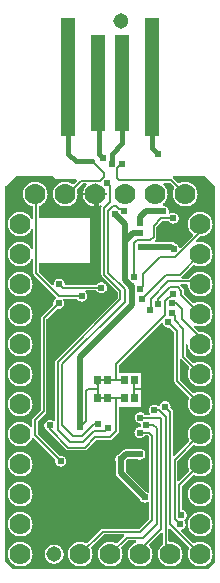
<source format=gbl>
G04 Layer: BottomLayer*
G04 EasyEDA v6.3.22, 2020-01-01T23:03:08+09:00*
G04 2a2561d260e348c1961537ac3ee8d2e6,67344a67363949849f01d11c0c7cf016,10*
G04 Gerber Generator version 0.2*
G04 Scale: 100 percent, Rotated: No, Reflected: No *
G04 Dimensions in inches *
G04 leading zeros omitted , absolute positions ,2 integer and 4 decimal *
%FSLAX24Y24*%
%MOIN*%
G90*
G70D02*

%ADD11C,0.010000*%
%ADD12C,0.006000*%
%ADD13C,0.020000*%
%ADD14C,0.024000*%
%ADD27C,0.070000*%
%ADD28C,0.051400*%
%ADD29C,0.015000*%
%ADD30R,0.047244X0.393701*%
%ADD31R,0.047244X0.320000*%

%LPD*%
G36*
G01X1589Y13097D02*
G01X1577Y13099D01*
G01X366Y13098D01*
G01X360Y13098D01*
G01X354Y13097D01*
G01X348Y13094D01*
G01X343Y13091D01*
G01X338Y13087D01*
G01X12Y12761D01*
G01X8Y12756D01*
G01X5Y12751D01*
G01X2Y12745D01*
G01X1Y12739D01*
G01X1Y260D01*
G01X2Y254D01*
G01X5Y248D01*
G01X8Y243D01*
G01X12Y238D01*
G01X238Y12D01*
G01X243Y8D01*
G01X248Y5D01*
G01X254Y2D01*
G01X260Y1D01*
G01X6739Y1D01*
G01X6745Y2D01*
G01X6751Y5D01*
G01X6756Y8D01*
G01X6761Y12D01*
G01X6987Y238D01*
G01X6991Y243D01*
G01X6994Y248D01*
G01X6997Y254D01*
G01X6998Y260D01*
G01X6998Y11823D01*
G01X6999Y11823D01*
G01X7000Y11831D01*
G01X7000Y12040D01*
G01X6999Y12049D01*
G01X6999Y12050D01*
G01X6998Y12050D01*
G01X6998Y12739D01*
G01X6997Y12745D01*
G01X6994Y12751D01*
G01X6991Y12756D01*
G01X6987Y12761D01*
G01X6661Y13087D01*
G01X6656Y13091D01*
G01X6651Y13094D01*
G01X6645Y13097D01*
G01X6639Y13098D01*
G01X5620Y13098D01*
G01X5614Y13097D01*
G01X5609Y13095D01*
G01X5599Y13089D01*
G01X5595Y13085D01*
G01X5589Y13075D01*
G01X5587Y13070D01*
G01X5585Y13058D01*
G01X5586Y13053D01*
G01X5587Y13047D01*
G01X5589Y13042D01*
G01X5595Y13032D01*
G01X5599Y13028D01*
G01X5604Y13024D01*
G01X5763Y12865D01*
G01X5775Y12859D01*
G01X5787Y12857D01*
G01X5793Y12858D01*
G01X5800Y12859D01*
G01X5822Y12870D01*
G01X5839Y12878D01*
G01X5856Y12885D01*
G01X5873Y12891D01*
G01X5891Y12896D01*
G01X5927Y12904D01*
G01X5945Y12907D01*
G01X5963Y12909D01*
G01X5981Y12910D01*
G01X6000Y12911D01*
G01X6036Y12909D01*
G01X6055Y12907D01*
G01X6073Y12904D01*
G01X6109Y12896D01*
G01X6127Y12890D01*
G01X6144Y12884D01*
G01X6178Y12870D01*
G01X6226Y12843D01*
G01X6256Y12821D01*
G01X6284Y12797D01*
G01X6297Y12784D01*
G01X6321Y12756D01*
G01X6343Y12726D01*
G01X6370Y12678D01*
G01X6384Y12644D01*
G01X6390Y12627D01*
G01X6396Y12609D01*
G01X6404Y12573D01*
G01X6407Y12555D01*
G01X6409Y12536D01*
G01X6411Y12500D01*
G01X6410Y12481D01*
G01X6409Y12463D01*
G01X6407Y12444D01*
G01X6404Y12426D01*
G01X6396Y12390D01*
G01X6390Y12372D01*
G01X6384Y12355D01*
G01X6370Y12321D01*
G01X6343Y12273D01*
G01X6321Y12243D01*
G01X6297Y12215D01*
G01X6284Y12202D01*
G01X6256Y12178D01*
G01X6226Y12156D01*
G01X6178Y12129D01*
G01X6144Y12115D01*
G01X6127Y12109D01*
G01X6109Y12103D01*
G01X6073Y12095D01*
G01X6055Y12092D01*
G01X6036Y12090D01*
G01X6000Y12088D01*
G01X5981Y12089D01*
G01X5963Y12090D01*
G01X5944Y12092D01*
G01X5926Y12095D01*
G01X5890Y12103D01*
G01X5872Y12109D01*
G01X5855Y12115D01*
G01X5821Y12129D01*
G01X5773Y12156D01*
G01X5743Y12178D01*
G01X5715Y12202D01*
G01X5702Y12215D01*
G01X5678Y12243D01*
G01X5656Y12273D01*
G01X5629Y12321D01*
G01X5615Y12355D01*
G01X5609Y12372D01*
G01X5603Y12390D01*
G01X5595Y12426D01*
G01X5592Y12444D01*
G01X5590Y12463D01*
G01X5588Y12499D01*
G01X5589Y12518D01*
G01X5590Y12536D01*
G01X5592Y12554D01*
G01X5595Y12572D01*
G01X5603Y12608D01*
G01X5608Y12626D01*
G01X5614Y12643D01*
G01X5621Y12660D01*
G01X5629Y12677D01*
G01X5640Y12699D01*
G01X5641Y12706D01*
G01X5642Y12712D01*
G01X5640Y12724D01*
G01X5634Y12736D01*
G01X5630Y12740D01*
G01X5514Y12857D01*
G01X5509Y12861D01*
G01X5503Y12864D01*
G01X5498Y12867D01*
G01X5491Y12868D01*
G01X5485Y12869D01*
G01X5308Y12869D01*
G01X5302Y12868D01*
G01X5297Y12867D01*
G01X5291Y12865D01*
G01X5286Y12862D01*
G01X5282Y12859D01*
G01X5278Y12855D01*
G01X5274Y12850D01*
G01X5270Y12840D01*
G01X5268Y12834D01*
G01X5268Y12828D01*
G01X5270Y12816D01*
G01X5276Y12804D01*
G01X5307Y12773D01*
G01X5319Y12758D01*
G01X5330Y12744D01*
G01X5341Y12728D01*
G01X5351Y12713D01*
G01X5360Y12696D01*
G01X5369Y12680D01*
G01X5377Y12663D01*
G01X5384Y12646D01*
G01X5390Y12628D01*
G01X5400Y12592D01*
G01X5404Y12574D01*
G01X5407Y12555D01*
G01X5409Y12537D01*
G01X5411Y12499D01*
G01X5409Y12463D01*
G01X5407Y12445D01*
G01X5404Y12427D01*
G01X5396Y12391D01*
G01X5391Y12374D01*
G01X5385Y12357D01*
G01X5371Y12323D01*
G01X5363Y12307D01*
G01X5354Y12291D01*
G01X5344Y12276D01*
G01X5334Y12260D01*
G01X5323Y12246D01*
G01X5299Y12218D01*
G01X5286Y12205D01*
G01X5273Y12193D01*
G01X5259Y12181D01*
G01X5255Y12177D01*
G01X5251Y12172D01*
G01X5248Y12167D01*
G01X5246Y12162D01*
G01X5245Y12156D01*
G01X5245Y12144D01*
G01X5246Y12138D01*
G01X5249Y12133D01*
G01X5252Y12127D01*
G01X5255Y12123D01*
G01X5265Y12115D01*
G01X5270Y12113D01*
G01X5276Y12111D01*
G01X5282Y12110D01*
G01X5294Y12109D01*
G01X5306Y12107D01*
G01X5318Y12104D01*
G01X5342Y12096D01*
G01X5364Y12084D01*
G01X5384Y12070D01*
G01X5393Y12062D01*
G01X5402Y12053D01*
G01X5410Y12044D01*
G01X5424Y12024D01*
G01X5436Y12002D01*
G01X5444Y11978D01*
G01X5447Y11966D01*
G01X5449Y11954D01*
G01X5451Y11930D01*
G01X5450Y11913D01*
G01X5448Y11897D01*
G01X5447Y11890D01*
G01X5447Y11884D01*
G01X5448Y11878D01*
G01X5450Y11873D01*
G01X5453Y11868D01*
G01X5457Y11863D01*
G01X5461Y11859D01*
G01X5465Y11856D01*
G01X5470Y11853D01*
G01X5476Y11851D01*
G01X5481Y11850D01*
G01X5494Y11850D01*
G01X5501Y11852D01*
G01X5507Y11855D01*
G01X5518Y11861D01*
G01X5529Y11866D01*
G01X5540Y11870D01*
G01X5552Y11874D01*
G01X5563Y11877D01*
G01X5575Y11879D01*
G01X5587Y11880D01*
G01X5612Y11880D01*
G01X5624Y11879D01*
G01X5636Y11877D01*
G01X5648Y11874D01*
G01X5672Y11866D01*
G01X5694Y11854D01*
G01X5714Y11840D01*
G01X5723Y11832D01*
G01X5732Y11823D01*
G01X5740Y11814D01*
G01X5754Y11794D01*
G01X5766Y11772D01*
G01X5774Y11748D01*
G01X5777Y11736D01*
G01X5779Y11724D01*
G01X5780Y11712D01*
G01X5780Y11687D01*
G01X5779Y11675D01*
G01X5777Y11663D01*
G01X5774Y11651D01*
G01X5766Y11627D01*
G01X5754Y11605D01*
G01X5740Y11585D01*
G01X5732Y11576D01*
G01X5723Y11567D01*
G01X5714Y11559D01*
G01X5694Y11545D01*
G01X5672Y11533D01*
G01X5648Y11525D01*
G01X5636Y11522D01*
G01X5624Y11520D01*
G01X5612Y11519D01*
G01X5587Y11519D01*
G01X5575Y11520D01*
G01X5563Y11522D01*
G01X5552Y11525D01*
G01X5540Y11529D01*
G01X5529Y11533D01*
G01X5518Y11538D01*
G01X5507Y11544D01*
G01X5497Y11550D01*
G01X5487Y11557D01*
G01X5478Y11565D01*
G01X5469Y11574D01*
G01X5461Y11583D01*
G01X5454Y11592D01*
G01X5450Y11597D01*
G01X5445Y11601D01*
G01X5440Y11604D01*
G01X5434Y11607D01*
G01X5422Y11609D01*
G01X5264Y11609D01*
G01X5258Y11608D01*
G01X5251Y11607D01*
G01X5246Y11604D01*
G01X5240Y11601D01*
G01X5235Y11597D01*
G01X5052Y11414D01*
G01X5048Y11409D01*
G01X5045Y11403D01*
G01X5042Y11398D01*
G01X5041Y11391D01*
G01X5040Y11385D01*
G01X5040Y11061D01*
G01X5039Y11052D01*
G01X5037Y11043D01*
G01X5034Y11035D01*
G01X5030Y11027D01*
G01X5025Y11019D01*
G01X5020Y11012D01*
G01X5014Y11005D01*
G01X4987Y10979D01*
G01X4983Y10974D01*
G01X4980Y10969D01*
G01X4976Y10957D01*
G01X4976Y10945D01*
G01X4977Y10939D01*
G01X4979Y10934D01*
G01X4982Y10929D01*
G01X4986Y10924D01*
G01X4990Y10920D01*
G01X4994Y10917D01*
G01X4999Y10914D01*
G01X5004Y10912D01*
G01X5010Y10911D01*
G01X5540Y10911D01*
G01X5562Y10909D01*
G01X5574Y10907D01*
G01X5585Y10904D01*
G01X5596Y10900D01*
G01X5606Y10896D01*
G01X5617Y10891D01*
G01X5627Y10885D01*
G01X5645Y10871D01*
G01X5668Y10848D01*
G01X5673Y10845D01*
G01X5678Y10841D01*
G01X5683Y10839D01*
G01X5705Y10829D01*
G01X5715Y10823D01*
G01X5726Y10816D01*
G01X5735Y10809D01*
G01X5744Y10801D01*
G01X5753Y10792D01*
G01X5761Y10783D01*
G01X5775Y10763D01*
G01X5781Y10752D01*
G01X5786Y10741D01*
G01X5790Y10730D01*
G01X5793Y10724D01*
G01X5796Y10719D01*
G01X5800Y10714D01*
G01X5805Y10710D01*
G01X5810Y10707D01*
G01X5816Y10705D01*
G01X5828Y10703D01*
G01X5840Y10705D01*
G01X5846Y10707D01*
G01X5856Y10715D01*
G01X6254Y11113D01*
G01X6258Y11118D01*
G01X6261Y11123D01*
G01X6264Y11129D01*
G01X6266Y11141D01*
G01X6264Y11153D01*
G01X6262Y11159D01*
G01X6259Y11164D01*
G01X6255Y11169D01*
G01X6235Y11185D01*
G01X6221Y11197D01*
G01X6208Y11210D01*
G01X6182Y11238D01*
G01X6160Y11268D01*
G01X6149Y11284D01*
G01X6140Y11301D01*
G01X6131Y11317D01*
G01X6123Y11334D01*
G01X6116Y11352D01*
G01X6104Y11388D01*
G01X6099Y11406D01*
G01X6095Y11424D01*
G01X6092Y11443D01*
G01X6090Y11462D01*
G01X6088Y11500D01*
G01X6090Y11536D01*
G01X6092Y11555D01*
G01X6095Y11573D01*
G01X6103Y11609D01*
G01X6109Y11627D01*
G01X6115Y11644D01*
G01X6129Y11678D01*
G01X6156Y11726D01*
G01X6178Y11756D01*
G01X6202Y11784D01*
G01X6215Y11797D01*
G01X6243Y11821D01*
G01X6273Y11843D01*
G01X6321Y11870D01*
G01X6355Y11884D01*
G01X6372Y11890D01*
G01X6390Y11896D01*
G01X6426Y11904D01*
G01X6444Y11907D01*
G01X6463Y11909D01*
G01X6499Y11911D01*
G01X6518Y11910D01*
G01X6536Y11909D01*
G01X6555Y11907D01*
G01X6573Y11904D01*
G01X6609Y11896D01*
G01X6627Y11890D01*
G01X6644Y11884D01*
G01X6678Y11870D01*
G01X6726Y11843D01*
G01X6756Y11821D01*
G01X6784Y11797D01*
G01X6797Y11784D01*
G01X6821Y11756D01*
G01X6843Y11726D01*
G01X6870Y11678D01*
G01X6884Y11644D01*
G01X6890Y11627D01*
G01X6896Y11609D01*
G01X6904Y11573D01*
G01X6907Y11555D01*
G01X6909Y11536D01*
G01X6911Y11500D01*
G01X6910Y11481D01*
G01X6909Y11463D01*
G01X6907Y11445D01*
G01X6904Y11427D01*
G01X6896Y11391D01*
G01X6891Y11373D01*
G01X6885Y11356D01*
G01X6878Y11339D01*
G01X6870Y11322D01*
G01X6862Y11306D01*
G01X6853Y11290D01*
G01X6843Y11274D01*
G01X6833Y11259D01*
G01X6822Y11245D01*
G01X6810Y11230D01*
G01X6798Y11217D01*
G01X6772Y11191D01*
G01X6757Y11180D01*
G01X6743Y11168D01*
G01X6728Y11158D01*
G01X6712Y11148D01*
G01X6697Y11139D01*
G01X6680Y11130D01*
G01X6664Y11123D01*
G01X6647Y11116D01*
G01X6629Y11110D01*
G01X6612Y11104D01*
G01X6576Y11096D01*
G01X6558Y11093D01*
G01X6522Y11089D01*
G01X6503Y11089D01*
G01X6497Y11088D01*
G01X6485Y11084D01*
G01X6480Y11081D01*
G01X6475Y11077D01*
G01X6365Y10966D01*
G01X6357Y10956D01*
G01X6355Y10950D01*
G01X6353Y10938D01*
G01X6353Y10932D01*
G01X6355Y10926D01*
G01X6359Y10916D01*
G01X6371Y10904D01*
G01X6376Y10901D01*
G01X6382Y10899D01*
G01X6387Y10898D01*
G01X6393Y10898D01*
G01X6402Y10899D01*
G01X6422Y10903D01*
G01X6460Y10909D01*
G01X6480Y10910D01*
G01X6518Y10910D01*
G01X6536Y10909D01*
G01X6555Y10907D01*
G01X6573Y10904D01*
G01X6609Y10896D01*
G01X6627Y10890D01*
G01X6644Y10884D01*
G01X6678Y10870D01*
G01X6726Y10843D01*
G01X6756Y10821D01*
G01X6784Y10797D01*
G01X6797Y10784D01*
G01X6821Y10756D01*
G01X6843Y10726D01*
G01X6870Y10678D01*
G01X6884Y10644D01*
G01X6890Y10627D01*
G01X6896Y10609D01*
G01X6904Y10573D01*
G01X6907Y10555D01*
G01X6909Y10536D01*
G01X6911Y10500D01*
G01X6910Y10481D01*
G01X6909Y10463D01*
G01X6907Y10444D01*
G01X6904Y10426D01*
G01X6896Y10390D01*
G01X6890Y10372D01*
G01X6884Y10355D01*
G01X6870Y10321D01*
G01X6843Y10273D01*
G01X6821Y10243D01*
G01X6797Y10215D01*
G01X6784Y10202D01*
G01X6756Y10178D01*
G01X6726Y10156D01*
G01X6678Y10129D01*
G01X6644Y10115D01*
G01X6627Y10109D01*
G01X6609Y10103D01*
G01X6573Y10095D01*
G01X6555Y10092D01*
G01X6536Y10090D01*
G01X6500Y10088D01*
G01X6481Y10089D01*
G01X6463Y10090D01*
G01X6445Y10092D01*
G01X6427Y10095D01*
G01X6391Y10103D01*
G01X6373Y10108D01*
G01X6356Y10114D01*
G01X6339Y10121D01*
G01X6322Y10129D01*
G01X6300Y10140D01*
G01X6293Y10141D01*
G01X6287Y10142D01*
G01X6275Y10140D01*
G01X6263Y10134D01*
G01X5884Y9755D01*
G01X5879Y9751D01*
G01X5875Y9747D01*
G01X5869Y9737D01*
G01X5867Y9732D01*
G01X5865Y9720D01*
G01X5866Y9715D01*
G01X5867Y9709D01*
G01X5869Y9704D01*
G01X5875Y9694D01*
G01X5879Y9690D01*
G01X5889Y9684D01*
G01X5894Y9682D01*
G01X5900Y9681D01*
G01X5905Y9680D01*
G01X6106Y9680D01*
G01X6118Y9682D01*
G01X6124Y9685D01*
G01X6134Y9691D01*
G01X6138Y9696D01*
G01X6141Y9701D01*
G01X6161Y9733D01*
G01X6172Y9748D01*
G01X6184Y9763D01*
G01X6210Y9791D01*
G01X6223Y9804D01*
G01X6253Y9828D01*
G01X6268Y9839D01*
G01X6300Y9859D01*
G01X6317Y9868D01*
G01X6334Y9876D01*
G01X6352Y9883D01*
G01X6369Y9889D01*
G01X6387Y9895D01*
G01X6406Y9900D01*
G01X6424Y9904D01*
G01X6443Y9907D01*
G01X6462Y9909D01*
G01X6481Y9910D01*
G01X6499Y9911D01*
G01X6518Y9910D01*
G01X6536Y9909D01*
G01X6555Y9907D01*
G01X6573Y9904D01*
G01X6609Y9896D01*
G01X6627Y9890D01*
G01X6644Y9884D01*
G01X6678Y9870D01*
G01X6726Y9843D01*
G01X6756Y9821D01*
G01X6784Y9797D01*
G01X6797Y9784D01*
G01X6821Y9756D01*
G01X6843Y9726D01*
G01X6870Y9678D01*
G01X6884Y9644D01*
G01X6890Y9627D01*
G01X6896Y9609D01*
G01X6904Y9573D01*
G01X6907Y9555D01*
G01X6909Y9536D01*
G01X6911Y9500D01*
G01X6910Y9481D01*
G01X6909Y9463D01*
G01X6907Y9444D01*
G01X6904Y9426D01*
G01X6896Y9390D01*
G01X6890Y9372D01*
G01X6884Y9355D01*
G01X6870Y9321D01*
G01X6843Y9273D01*
G01X6821Y9243D01*
G01X6797Y9215D01*
G01X6784Y9202D01*
G01X6756Y9178D01*
G01X6726Y9156D01*
G01X6678Y9129D01*
G01X6644Y9115D01*
G01X6627Y9109D01*
G01X6609Y9103D01*
G01X6573Y9095D01*
G01X6555Y9092D01*
G01X6536Y9090D01*
G01X6500Y9088D01*
G01X6481Y9089D01*
G01X6463Y9090D01*
G01X6444Y9092D01*
G01X6426Y9095D01*
G01X6390Y9103D01*
G01X6373Y9109D01*
G01X6355Y9115D01*
G01X6321Y9129D01*
G01X6305Y9137D01*
G01X6289Y9147D01*
G01X6273Y9156D01*
G01X6243Y9178D01*
G01X6229Y9190D01*
G01X6216Y9202D01*
G01X6203Y9215D01*
G01X6190Y9229D01*
G01X6178Y9243D01*
G01X6167Y9258D01*
G01X6147Y9288D01*
G01X6138Y9304D01*
G01X6129Y9321D01*
G01X6115Y9355D01*
G01X6109Y9372D01*
G01X6103Y9390D01*
G01X6095Y9426D01*
G01X6092Y9444D01*
G01X6090Y9462D01*
G01X6089Y9468D01*
G01X6087Y9474D01*
G01X6085Y9479D01*
G01X6081Y9484D01*
G01X6073Y9492D01*
G01X6068Y9495D01*
G01X6062Y9497D01*
G01X6056Y9498D01*
G01X5870Y9498D01*
G01X5865Y9497D01*
G01X5859Y9495D01*
G01X5854Y9492D01*
G01X5850Y9489D01*
G01X5846Y9485D01*
G01X5842Y9480D01*
G01X5839Y9475D01*
G01X5837Y9470D01*
G01X5836Y9464D01*
G01X5836Y9452D01*
G01X5840Y9440D01*
G01X5843Y9435D01*
G01X5847Y9430D01*
G01X5934Y9344D01*
G01X5940Y9337D01*
G01X5945Y9330D01*
G01X5950Y9322D01*
G01X5954Y9314D01*
G01X5957Y9306D01*
G01X5959Y9297D01*
G01X5960Y9288D01*
G01X5961Y9280D01*
G01X5961Y9178D01*
G01X5962Y9171D01*
G01X5965Y9166D01*
G01X5968Y9160D01*
G01X5972Y9155D01*
G01X6259Y8869D01*
G01X6263Y8865D01*
G01X6275Y8859D01*
G01X6287Y8857D01*
G01X6293Y8858D01*
G01X6300Y8859D01*
G01X6322Y8870D01*
G01X6339Y8878D01*
G01X6356Y8885D01*
G01X6373Y8891D01*
G01X6391Y8896D01*
G01X6427Y8904D01*
G01X6445Y8907D01*
G01X6463Y8909D01*
G01X6481Y8910D01*
G01X6500Y8911D01*
G01X6536Y8909D01*
G01X6555Y8907D01*
G01X6573Y8904D01*
G01X6609Y8896D01*
G01X6627Y8890D01*
G01X6644Y8884D01*
G01X6678Y8870D01*
G01X6726Y8843D01*
G01X6756Y8821D01*
G01X6784Y8797D01*
G01X6797Y8784D01*
G01X6821Y8756D01*
G01X6843Y8726D01*
G01X6870Y8678D01*
G01X6884Y8644D01*
G01X6890Y8627D01*
G01X6896Y8609D01*
G01X6904Y8573D01*
G01X6907Y8555D01*
G01X6909Y8536D01*
G01X6911Y8500D01*
G01X6910Y8481D01*
G01X6909Y8463D01*
G01X6907Y8444D01*
G01X6904Y8426D01*
G01X6896Y8390D01*
G01X6890Y8372D01*
G01X6884Y8355D01*
G01X6870Y8321D01*
G01X6843Y8273D01*
G01X6821Y8243D01*
G01X6797Y8215D01*
G01X6784Y8202D01*
G01X6756Y8178D01*
G01X6726Y8156D01*
G01X6678Y8129D01*
G01X6644Y8115D01*
G01X6627Y8109D01*
G01X6609Y8103D01*
G01X6573Y8095D01*
G01X6555Y8092D01*
G01X6536Y8090D01*
G01X6500Y8088D01*
G01X6480Y8089D01*
G01X6461Y8090D01*
G01X6423Y8096D01*
G01X6404Y8100D01*
G01X6386Y8105D01*
G01X6367Y8110D01*
G01X6349Y8117D01*
G01X6342Y8119D01*
G01X6334Y8120D01*
G01X6329Y8119D01*
G01X6323Y8118D01*
G01X6318Y8116D01*
G01X6308Y8110D01*
G01X6304Y8106D01*
G01X6298Y8096D01*
G01X6296Y8091D01*
G01X6295Y8085D01*
G01X6294Y8080D01*
G01X6295Y8074D01*
G01X6296Y8067D01*
G01X6299Y8062D01*
G01X6302Y8056D01*
G01X6306Y8051D01*
G01X6437Y7921D01*
G01X6442Y7917D01*
G01X6447Y7914D01*
G01X6453Y7911D01*
G01X6465Y7909D01*
G01X6468Y7909D01*
G01X6500Y7911D01*
G01X6536Y7909D01*
G01X6555Y7907D01*
G01X6573Y7904D01*
G01X6609Y7896D01*
G01X6627Y7890D01*
G01X6644Y7884D01*
G01X6678Y7870D01*
G01X6726Y7843D01*
G01X6756Y7821D01*
G01X6784Y7797D01*
G01X6797Y7784D01*
G01X6821Y7756D01*
G01X6843Y7726D01*
G01X6870Y7678D01*
G01X6884Y7644D01*
G01X6890Y7627D01*
G01X6896Y7609D01*
G01X6904Y7573D01*
G01X6907Y7555D01*
G01X6909Y7536D01*
G01X6911Y7500D01*
G01X6910Y7481D01*
G01X6909Y7463D01*
G01X6907Y7444D01*
G01X6904Y7426D01*
G01X6896Y7390D01*
G01X6890Y7372D01*
G01X6884Y7355D01*
G01X6870Y7321D01*
G01X6843Y7273D01*
G01X6821Y7243D01*
G01X6797Y7215D01*
G01X6784Y7202D01*
G01X6756Y7178D01*
G01X6726Y7156D01*
G01X6678Y7129D01*
G01X6644Y7115D01*
G01X6627Y7109D01*
G01X6609Y7103D01*
G01X6573Y7095D01*
G01X6555Y7092D01*
G01X6536Y7090D01*
G01X6500Y7088D01*
G01X6481Y7089D01*
G01X6463Y7090D01*
G01X6444Y7092D01*
G01X6426Y7095D01*
G01X6390Y7103D01*
G01X6373Y7108D01*
G01X6356Y7115D01*
G01X6338Y7121D01*
G01X6322Y7129D01*
G01X6305Y7137D01*
G01X6289Y7146D01*
G01X6274Y7156D01*
G01X6244Y7178D01*
G01X6230Y7189D01*
G01X6216Y7202D01*
G01X6203Y7215D01*
G01X6191Y7228D01*
G01X6179Y7242D01*
G01X6157Y7272D01*
G01X6147Y7288D01*
G01X6138Y7304D01*
G01X6130Y7320D01*
G01X6122Y7337D01*
G01X6115Y7354D01*
G01X6109Y7371D01*
G01X6104Y7389D01*
G01X6099Y7406D01*
G01X6095Y7424D01*
G01X6092Y7443D01*
G01X6090Y7461D01*
G01X6089Y7467D01*
G01X6088Y7472D01*
G01X6085Y7478D01*
G01X6081Y7482D01*
G01X6077Y7487D01*
G01X6073Y7490D01*
G01X6068Y7493D01*
G01X6056Y7497D01*
G01X6045Y7497D01*
G01X6039Y7495D01*
G01X6029Y7491D01*
G01X6024Y7487D01*
G01X6020Y7483D01*
G01X6017Y7479D01*
G01X6014Y7474D01*
G01X6012Y7468D01*
G01X6011Y7463D01*
G01X6011Y7128D01*
G01X6012Y7121D01*
G01X6015Y7116D01*
G01X6018Y7110D01*
G01X6022Y7105D01*
G01X6259Y6869D01*
G01X6263Y6865D01*
G01X6275Y6859D01*
G01X6287Y6857D01*
G01X6293Y6858D01*
G01X6300Y6859D01*
G01X6322Y6870D01*
G01X6339Y6878D01*
G01X6356Y6885D01*
G01X6373Y6891D01*
G01X6391Y6896D01*
G01X6427Y6904D01*
G01X6445Y6907D01*
G01X6463Y6909D01*
G01X6481Y6910D01*
G01X6500Y6911D01*
G01X6536Y6909D01*
G01X6555Y6907D01*
G01X6573Y6904D01*
G01X6609Y6896D01*
G01X6627Y6890D01*
G01X6644Y6884D01*
G01X6678Y6870D01*
G01X6726Y6843D01*
G01X6756Y6821D01*
G01X6784Y6797D01*
G01X6797Y6784D01*
G01X6821Y6756D01*
G01X6843Y6726D01*
G01X6870Y6678D01*
G01X6884Y6644D01*
G01X6890Y6627D01*
G01X6896Y6609D01*
G01X6904Y6573D01*
G01X6907Y6555D01*
G01X6909Y6536D01*
G01X6911Y6500D01*
G01X6910Y6481D01*
G01X6909Y6463D01*
G01X6907Y6444D01*
G01X6904Y6426D01*
G01X6896Y6390D01*
G01X6890Y6372D01*
G01X6884Y6355D01*
G01X6870Y6321D01*
G01X6843Y6273D01*
G01X6821Y6243D01*
G01X6797Y6215D01*
G01X6784Y6202D01*
G01X6756Y6178D01*
G01X6726Y6156D01*
G01X6678Y6129D01*
G01X6644Y6115D01*
G01X6627Y6109D01*
G01X6609Y6103D01*
G01X6573Y6095D01*
G01X6555Y6092D01*
G01X6536Y6090D01*
G01X6500Y6088D01*
G01X6481Y6089D01*
G01X6463Y6090D01*
G01X6444Y6092D01*
G01X6426Y6095D01*
G01X6390Y6103D01*
G01X6372Y6109D01*
G01X6355Y6115D01*
G01X6321Y6129D01*
G01X6273Y6156D01*
G01X6243Y6178D01*
G01X6215Y6202D01*
G01X6202Y6215D01*
G01X6178Y6243D01*
G01X6156Y6273D01*
G01X6129Y6321D01*
G01X6115Y6355D01*
G01X6109Y6372D01*
G01X6103Y6390D01*
G01X6095Y6426D01*
G01X6092Y6444D01*
G01X6090Y6463D01*
G01X6088Y6499D01*
G01X6089Y6518D01*
G01X6090Y6536D01*
G01X6092Y6554D01*
G01X6095Y6572D01*
G01X6103Y6608D01*
G01X6108Y6626D01*
G01X6114Y6643D01*
G01X6121Y6660D01*
G01X6129Y6677D01*
G01X6140Y6699D01*
G01X6141Y6706D01*
G01X6142Y6712D01*
G01X6140Y6724D01*
G01X6134Y6736D01*
G01X6130Y6740D01*
G01X5879Y6992D01*
G01X5874Y6996D01*
G01X5869Y6999D01*
G01X5857Y7003D01*
G01X5845Y7003D01*
G01X5839Y7002D01*
G01X5834Y7000D01*
G01X5829Y6997D01*
G01X5824Y6993D01*
G01X5820Y6989D01*
G01X5817Y6985D01*
G01X5814Y6980D01*
G01X5812Y6975D01*
G01X5811Y6969D01*
G01X5811Y6328D01*
G01X5812Y6321D01*
G01X5815Y6316D01*
G01X5818Y6310D01*
G01X5822Y6305D01*
G01X6259Y5869D01*
G01X6263Y5865D01*
G01X6275Y5859D01*
G01X6287Y5857D01*
G01X6293Y5858D01*
G01X6300Y5859D01*
G01X6322Y5870D01*
G01X6339Y5878D01*
G01X6356Y5885D01*
G01X6373Y5891D01*
G01X6391Y5896D01*
G01X6427Y5904D01*
G01X6445Y5907D01*
G01X6463Y5909D01*
G01X6481Y5910D01*
G01X6500Y5911D01*
G01X6536Y5909D01*
G01X6555Y5907D01*
G01X6573Y5904D01*
G01X6609Y5896D01*
G01X6627Y5890D01*
G01X6644Y5884D01*
G01X6678Y5870D01*
G01X6726Y5843D01*
G01X6756Y5821D01*
G01X6784Y5797D01*
G01X6797Y5784D01*
G01X6821Y5756D01*
G01X6843Y5726D01*
G01X6870Y5678D01*
G01X6884Y5644D01*
G01X6890Y5627D01*
G01X6896Y5609D01*
G01X6904Y5573D01*
G01X6907Y5555D01*
G01X6909Y5536D01*
G01X6911Y5500D01*
G01X6910Y5481D01*
G01X6909Y5463D01*
G01X6907Y5444D01*
G01X6904Y5426D01*
G01X6896Y5390D01*
G01X6890Y5372D01*
G01X6887Y5364D01*
G01X6881Y5346D01*
G01X6877Y5338D01*
G01X6873Y5329D01*
G01X6870Y5321D01*
G01X6865Y5313D01*
G01X6861Y5305D01*
G01X6857Y5296D01*
G01X6852Y5288D01*
G01X6847Y5281D01*
G01X6837Y5265D01*
G01X6832Y5258D01*
G01X6826Y5250D01*
G01X6821Y5243D01*
G01X6803Y5222D01*
G01X6777Y5196D01*
G01X6756Y5178D01*
G01X6748Y5172D01*
G01X6741Y5167D01*
G01X6733Y5162D01*
G01X6726Y5156D01*
G01X6718Y5151D01*
G01X6710Y5147D01*
G01X6702Y5142D01*
G01X6694Y5138D01*
G01X6686Y5133D01*
G01X6678Y5129D01*
G01X6669Y5125D01*
G01X6661Y5122D01*
G01X6652Y5118D01*
G01X6644Y5115D01*
G01X6617Y5106D01*
G01X6609Y5103D01*
G01X6599Y5101D01*
G01X6591Y5099D01*
G01X6581Y5097D01*
G01X6573Y5095D01*
G01X6563Y5093D01*
G01X6555Y5092D01*
G01X6544Y5091D01*
G01X6536Y5090D01*
G01X6524Y5089D01*
G01X6518Y5089D01*
G01X6500Y5088D01*
G01X6481Y5089D01*
G01X6475Y5089D01*
G01X6463Y5090D01*
G01X6455Y5091D01*
G01X6444Y5092D01*
G01X6436Y5093D01*
G01X6426Y5095D01*
G01X6418Y5097D01*
G01X6408Y5099D01*
G01X6400Y5101D01*
G01X6390Y5103D01*
G01X6382Y5106D01*
G01X6355Y5115D01*
G01X6347Y5118D01*
G01X6338Y5122D01*
G01X6330Y5125D01*
G01X6321Y5129D01*
G01X6313Y5133D01*
G01X6305Y5138D01*
G01X6297Y5142D01*
G01X6289Y5147D01*
G01X6281Y5151D01*
G01X6273Y5156D01*
G01X6266Y5162D01*
G01X6258Y5167D01*
G01X6251Y5172D01*
G01X6243Y5178D01*
G01X6222Y5196D01*
G01X6196Y5222D01*
G01X6178Y5243D01*
G01X6173Y5250D01*
G01X6167Y5258D01*
G01X6162Y5265D01*
G01X6152Y5281D01*
G01X6147Y5288D01*
G01X6142Y5296D01*
G01X6138Y5305D01*
G01X6134Y5313D01*
G01X6129Y5321D01*
G01X6126Y5329D01*
G01X6122Y5338D01*
G01X6118Y5346D01*
G01X6112Y5364D01*
G01X6109Y5372D01*
G01X6103Y5390D01*
G01X6095Y5426D01*
G01X6092Y5444D01*
G01X6090Y5463D01*
G01X6088Y5499D01*
G01X6089Y5518D01*
G01X6090Y5536D01*
G01X6092Y5554D01*
G01X6095Y5572D01*
G01X6103Y5608D01*
G01X6108Y5626D01*
G01X6114Y5643D01*
G01X6121Y5660D01*
G01X6129Y5677D01*
G01X6140Y5699D01*
G01X6141Y5706D01*
G01X6142Y5712D01*
G01X6140Y5724D01*
G01X6134Y5736D01*
G01X5655Y6215D01*
G01X5649Y6222D01*
G01X5644Y6229D01*
G01X5639Y6237D01*
G01X5635Y6245D01*
G01X5632Y6253D01*
G01X5630Y6262D01*
G01X5629Y6271D01*
G01X5628Y6279D01*
G01X5628Y7891D01*
G01X5627Y7898D01*
G01X5624Y7903D01*
G01X5621Y7909D01*
G01X5617Y7914D01*
G01X5491Y8039D01*
G01X5481Y8047D01*
G01X5469Y8051D01*
G01X5457Y8051D01*
G01X5443Y8049D01*
G01X5417Y8049D01*
G01X5405Y8050D01*
G01X5393Y8052D01*
G01X5382Y8055D01*
G01X5370Y8059D01*
G01X5359Y8063D01*
G01X5348Y8068D01*
G01X5337Y8074D01*
G01X5327Y8080D01*
G01X5317Y8088D01*
G01X5299Y8104D01*
G01X5291Y8113D01*
G01X5277Y8133D01*
G01X5271Y8143D01*
G01X5265Y8154D01*
G01X5260Y8165D01*
G01X5256Y8176D01*
G01X5253Y8188D01*
G01X5251Y8194D01*
G01X5249Y8199D01*
G01X5246Y8204D01*
G01X5241Y8208D01*
G01X5237Y8212D01*
G01X5232Y8215D01*
G01X5220Y8219D01*
G01X5208Y8219D01*
G01X5196Y8215D01*
G01X5186Y8207D01*
G01X3792Y6814D01*
G01X3788Y6809D01*
G01X3785Y6803D01*
G01X3782Y6798D01*
G01X3781Y6791D01*
G01X3780Y6785D01*
G01X3780Y6589D01*
G01X3781Y6584D01*
G01X3782Y6578D01*
G01X3784Y6573D01*
G01X3790Y6563D01*
G01X3794Y6559D01*
G01X3804Y6553D01*
G01X3809Y6551D01*
G01X3815Y6550D01*
G01X3820Y6549D01*
G01X4519Y6550D01*
G01X4519Y5400D01*
G01X3819Y5400D01*
G01X3814Y5399D01*
G01X3808Y5398D01*
G01X3803Y5396D01*
G01X3793Y5390D01*
G01X3789Y5386D01*
G01X3783Y5376D01*
G01X3781Y5371D01*
G01X3780Y5365D01*
G01X3780Y4588D01*
G01X3779Y4580D01*
G01X3778Y4571D01*
G01X3776Y4562D01*
G01X3773Y4554D01*
G01X3769Y4546D01*
G01X3764Y4538D01*
G01X3759Y4531D01*
G01X3753Y4524D01*
G01X3564Y4335D01*
G01X3557Y4329D01*
G01X3550Y4324D01*
G01X3542Y4319D01*
G01X3534Y4315D01*
G01X3526Y4312D01*
G01X3517Y4310D01*
G01X3508Y4309D01*
G01X3054Y4309D01*
G01X3048Y4308D01*
G01X3041Y4307D01*
G01X3036Y4304D01*
G01X3030Y4301D01*
G01X3025Y4297D01*
G01X2714Y3985D01*
G01X2707Y3979D01*
G01X2700Y3974D01*
G01X2692Y3969D01*
G01X2684Y3965D01*
G01X2676Y3962D01*
G01X2667Y3960D01*
G01X2658Y3959D01*
G01X2091Y3959D01*
G01X2082Y3960D01*
G01X2073Y3962D01*
G01X2065Y3965D01*
G01X2057Y3969D01*
G01X2049Y3974D01*
G01X2042Y3979D01*
G01X2035Y3985D01*
G01X1415Y4605D01*
G01X1403Y4619D01*
G01X1400Y4624D01*
G01X1395Y4629D01*
G01X1390Y4632D01*
G01X1379Y4639D01*
G01X1369Y4646D01*
G01X1359Y4654D01*
G01X1350Y4663D01*
G01X1341Y4673D01*
G01X1333Y4683D01*
G01X1326Y4693D01*
G01X1320Y4704D01*
G01X1314Y4716D01*
G01X1310Y4727D01*
G01X1306Y4739D01*
G01X1302Y4752D01*
G01X1300Y4764D01*
G01X1298Y4790D01*
G01X1300Y4814D01*
G01X1302Y4826D01*
G01X1305Y4838D01*
G01X1313Y4862D01*
G01X1325Y4884D01*
G01X1339Y4904D01*
G01X1347Y4913D01*
G01X1356Y4922D01*
G01X1365Y4930D01*
G01X1385Y4944D01*
G01X1407Y4956D01*
G01X1431Y4964D01*
G01X1443Y4967D01*
G01X1453Y4968D01*
G01X1462Y4970D01*
G01X1466Y4970D01*
G01X1480Y4971D01*
G01X1494Y4970D01*
G01X1499Y4969D01*
G01X1510Y4968D01*
G01X1516Y4967D01*
G01X1528Y4964D01*
G01X1540Y4960D01*
G01X1551Y4956D01*
G01X1584Y4938D01*
G01X1593Y4930D01*
G01X1599Y4926D01*
G01X1605Y4924D01*
G01X1612Y4922D01*
G01X1619Y4921D01*
G01X1624Y4922D01*
G01X1630Y4923D01*
G01X1635Y4925D01*
G01X1645Y4931D01*
G01X1649Y4935D01*
G01X1655Y4945D01*
G01X1657Y4950D01*
G01X1658Y4956D01*
G01X1659Y4961D01*
G01X1659Y6908D01*
G01X1660Y6917D01*
G01X1662Y6926D01*
G01X1665Y6934D01*
G01X1669Y6942D01*
G01X1674Y6950D01*
G01X1679Y6957D01*
G01X1685Y6964D01*
G01X3737Y9015D01*
G01X3741Y9020D01*
G01X3744Y9026D01*
G01X3747Y9031D01*
G01X3748Y9038D01*
G01X3748Y9231D01*
G01X3747Y9238D01*
G01X3744Y9243D01*
G01X3741Y9249D01*
G01X3737Y9254D01*
G01X3235Y9755D01*
G01X3229Y9762D01*
G01X3224Y9769D01*
G01X3219Y9777D01*
G01X3215Y9785D01*
G01X3212Y9793D01*
G01X3210Y9802D01*
G01X3209Y9811D01*
G01X3209Y12061D01*
G01X3212Y12073D01*
G01X3213Y12083D01*
G01X3212Y12089D01*
G01X3211Y12094D01*
G01X3209Y12100D01*
G01X3207Y12105D01*
G01X3195Y12117D01*
G01X3190Y12120D01*
G01X3184Y12122D01*
G01X3179Y12123D01*
G01X3173Y12123D01*
G01X3165Y12122D01*
G01X3158Y12120D01*
G01X3139Y12113D01*
G01X3119Y12106D01*
G01X3100Y12101D01*
G01X3080Y12096D01*
G01X3040Y12090D01*
G01X3040Y12459D01*
G01X3374Y12459D01*
G01X3380Y12461D01*
G01X3390Y12465D01*
G01X3395Y12469D01*
G01X3399Y12473D01*
G01X3402Y12477D01*
G01X3405Y12482D01*
G01X3407Y12488D01*
G01X3408Y12493D01*
G01X3409Y12499D01*
G01X3409Y12500D01*
G01X3408Y12506D01*
G01X3407Y12511D01*
G01X3405Y12517D01*
G01X3402Y12522D01*
G01X3399Y12526D01*
G01X3395Y12530D01*
G01X3390Y12534D01*
G01X3380Y12538D01*
G01X3374Y12540D01*
G01X3040Y12540D01*
G01X3040Y12824D01*
G01X3038Y12830D01*
G01X3034Y12840D01*
G01X3030Y12845D01*
G01X3026Y12849D01*
G01X3022Y12852D01*
G01X3017Y12855D01*
G01X3011Y12857D01*
G01X3006Y12858D01*
G01X3000Y12859D01*
G01X2999Y12859D01*
G01X2993Y12858D01*
G01X2988Y12857D01*
G01X2982Y12855D01*
G01X2977Y12852D01*
G01X2973Y12849D01*
G01X2969Y12845D01*
G01X2965Y12840D01*
G01X2961Y12830D01*
G01X2959Y12824D01*
G01X2959Y12540D01*
G01X2591Y12540D01*
G01X2593Y12559D01*
G01X2596Y12577D01*
G01X2600Y12596D01*
G01X2610Y12632D01*
G01X2617Y12649D01*
G01X2624Y12667D01*
G01X2632Y12684D01*
G01X2641Y12700D01*
G01X2651Y12717D01*
G01X2661Y12732D01*
G01X2672Y12748D01*
G01X2684Y12762D01*
G01X2696Y12777D01*
G01X2709Y12790D01*
G01X2713Y12795D01*
G01X2716Y12800D01*
G01X2719Y12806D01*
G01X2721Y12818D01*
G01X2719Y12830D01*
G01X2717Y12835D01*
G01X2711Y12845D01*
G01X2707Y12849D01*
G01X2697Y12855D01*
G01X2692Y12857D01*
G01X2686Y12858D01*
G01X2681Y12859D01*
G01X2594Y12859D01*
G01X2588Y12858D01*
G01X2581Y12857D01*
G01X2576Y12854D01*
G01X2570Y12851D01*
G01X2565Y12847D01*
G01X2397Y12678D01*
G01X2392Y12673D01*
G01X2389Y12668D01*
G01X2385Y12656D01*
G01X2385Y12643D01*
G01X2387Y12636D01*
G01X2393Y12617D01*
G01X2403Y12579D01*
G01X2409Y12539D01*
G01X2411Y12499D01*
G01X2409Y12463D01*
G01X2407Y12444D01*
G01X2404Y12426D01*
G01X2396Y12390D01*
G01X2390Y12372D01*
G01X2384Y12355D01*
G01X2370Y12321D01*
G01X2343Y12273D01*
G01X2321Y12243D01*
G01X2297Y12215D01*
G01X2284Y12202D01*
G01X2256Y12178D01*
G01X2226Y12156D01*
G01X2178Y12129D01*
G01X2144Y12115D01*
G01X2127Y12109D01*
G01X2109Y12103D01*
G01X2073Y12095D01*
G01X2055Y12092D01*
G01X2036Y12090D01*
G01X2000Y12088D01*
G01X1981Y12089D01*
G01X1963Y12090D01*
G01X1944Y12092D01*
G01X1926Y12095D01*
G01X1890Y12103D01*
G01X1872Y12109D01*
G01X1855Y12115D01*
G01X1821Y12129D01*
G01X1773Y12156D01*
G01X1743Y12178D01*
G01X1715Y12202D01*
G01X1702Y12215D01*
G01X1678Y12243D01*
G01X1656Y12273D01*
G01X1629Y12321D01*
G01X1615Y12355D01*
G01X1609Y12372D01*
G01X1603Y12390D01*
G01X1595Y12426D01*
G01X1592Y12444D01*
G01X1590Y12463D01*
G01X1588Y12499D01*
G01X1589Y12518D01*
G01X1590Y12536D01*
G01X1592Y12555D01*
G01X1595Y12573D01*
G01X1603Y12609D01*
G01X1609Y12627D01*
G01X1615Y12644D01*
G01X1629Y12678D01*
G01X1656Y12726D01*
G01X1678Y12756D01*
G01X1702Y12784D01*
G01X1715Y12797D01*
G01X1743Y12821D01*
G01X1773Y12843D01*
G01X1821Y12870D01*
G01X1855Y12884D01*
G01X1872Y12890D01*
G01X1890Y12896D01*
G01X1926Y12904D01*
G01X1944Y12907D01*
G01X1963Y12909D01*
G01X1999Y12911D01*
G01X2037Y12909D01*
G01X2055Y12907D01*
G01X2074Y12904D01*
G01X2092Y12900D01*
G01X2128Y12890D01*
G01X2145Y12884D01*
G01X2163Y12877D01*
G01X2180Y12869D01*
G01X2212Y12851D01*
G01X2228Y12841D01*
G01X2243Y12830D01*
G01X2255Y12824D01*
G01X2267Y12822D01*
G01X2273Y12823D01*
G01X2280Y12824D01*
G01X2285Y12827D01*
G01X2291Y12830D01*
G01X2382Y12921D01*
G01X2390Y12931D01*
G01X2392Y12937D01*
G01X2394Y12949D01*
G01X2394Y12955D01*
G01X2392Y12961D01*
G01X2390Y12966D01*
G01X2384Y12976D01*
G01X2379Y12980D01*
G01X2375Y12984D01*
G01X2369Y12986D01*
G01X2364Y12988D01*
G01X2358Y12989D01*
G01X2348Y12990D01*
G01X2328Y12996D01*
G01X2318Y13000D01*
G01X2309Y13004D01*
G01X2303Y13007D01*
G01X2296Y13009D01*
G01X2290Y13010D01*
G01X2283Y13009D01*
G01X2276Y13007D01*
G01X2270Y13004D01*
G01X2260Y13000D01*
G01X2251Y12996D01*
G01X2241Y12993D01*
G01X2230Y12990D01*
G01X2220Y12989D01*
G01X2209Y12988D01*
G01X2189Y12990D01*
G01X2178Y12993D01*
G01X2168Y12996D01*
G01X2159Y13000D01*
G01X2149Y13004D01*
G01X2143Y13007D01*
G01X2136Y13009D01*
G01X2129Y13010D01*
G01X2123Y13009D01*
G01X2116Y13007D01*
G01X2110Y13004D01*
G01X2100Y13000D01*
G01X2091Y12996D01*
G01X2081Y12993D01*
G01X2070Y12990D01*
G01X2050Y12988D01*
G01X2039Y12989D01*
G01X2029Y12990D01*
G01X2018Y12993D01*
G01X2008Y12996D01*
G01X1999Y13000D01*
G01X1989Y13004D01*
G01X1983Y13007D01*
G01X1976Y13009D01*
G01X1969Y13010D01*
G01X1963Y13009D01*
G01X1956Y13007D01*
G01X1950Y13004D01*
G01X1940Y13000D01*
G01X1931Y12996D01*
G01X1921Y12993D01*
G01X1910Y12990D01*
G01X1890Y12988D01*
G01X1879Y12989D01*
G01X1869Y12990D01*
G01X1858Y12993D01*
G01X1848Y12996D01*
G01X1839Y13000D01*
G01X1829Y13004D01*
G01X1823Y13007D01*
G01X1816Y13009D01*
G01X1809Y13010D01*
G01X1803Y13009D01*
G01X1796Y13007D01*
G01X1790Y13004D01*
G01X1780Y13000D01*
G01X1771Y12996D01*
G01X1761Y12993D01*
G01X1750Y12990D01*
G01X1730Y12988D01*
G01X1719Y12989D01*
G01X1709Y12990D01*
G01X1700Y12992D01*
G01X1690Y12995D01*
G01X1672Y13003D01*
G01X1663Y13008D01*
G01X1655Y13014D01*
G01X1647Y13021D01*
G01X1640Y13028D01*
G01X1628Y13044D01*
G01X1618Y13062D01*
G01X1615Y13071D01*
G01X1612Y13077D01*
G01X1609Y13082D01*
G01X1605Y13087D01*
G01X1600Y13091D01*
G01X1595Y13094D01*
G01X1589Y13097D01*
G37*

%LPC*%
G36*
G01X1018Y12910D02*
G01X999Y12911D01*
G01X963Y12909D01*
G01X944Y12907D01*
G01X926Y12904D01*
G01X890Y12896D01*
G01X872Y12890D01*
G01X855Y12884D01*
G01X821Y12870D01*
G01X773Y12843D01*
G01X743Y12821D01*
G01X715Y12797D01*
G01X702Y12784D01*
G01X678Y12756D01*
G01X656Y12726D01*
G01X629Y12678D01*
G01X615Y12644D01*
G01X609Y12627D01*
G01X603Y12609D01*
G01X595Y12573D01*
G01X592Y12555D01*
G01X590Y12536D01*
G01X588Y12500D01*
G01X589Y12481D01*
G01X590Y12463D01*
G01X592Y12444D01*
G01X595Y12426D01*
G01X603Y12390D01*
G01X609Y12373D01*
G01X615Y12355D01*
G01X629Y12321D01*
G01X637Y12305D01*
G01X647Y12289D01*
G01X656Y12273D01*
G01X678Y12243D01*
G01X690Y12229D01*
G01X702Y12216D01*
G01X715Y12203D01*
G01X729Y12190D01*
G01X743Y12178D01*
G01X758Y12167D01*
G01X788Y12147D01*
G01X804Y12138D01*
G01X821Y12129D01*
G01X837Y12122D01*
G01X855Y12115D01*
G01X872Y12109D01*
G01X890Y12103D01*
G01X907Y12099D01*
G01X919Y12095D01*
G01X923Y12091D01*
G01X928Y12087D01*
G01X932Y12082D01*
G01X935Y12077D01*
G01X937Y12072D01*
G01X938Y12066D01*
G01X938Y11704D01*
G01X937Y11698D01*
G01X935Y11693D01*
G01X932Y11688D01*
G01X929Y11684D01*
G01X925Y11680D01*
G01X920Y11676D01*
G01X915Y11673D01*
G01X910Y11671D01*
G01X904Y11670D01*
G01X892Y11670D01*
G01X886Y11672D01*
G01X881Y11674D01*
G01X875Y11677D01*
G01X870Y11681D01*
G01X866Y11686D01*
G01X863Y11691D01*
G01X854Y11707D01*
G01X834Y11739D01*
G01X823Y11753D01*
G01X811Y11768D01*
G01X798Y11782D01*
G01X785Y11795D01*
G01X772Y11807D01*
G01X758Y11819D01*
G01X743Y11831D01*
G01X728Y11841D01*
G01X696Y11861D01*
G01X662Y11877D01*
G01X645Y11884D01*
G01X628Y11890D01*
G01X592Y11900D01*
G01X573Y11904D01*
G01X555Y11907D01*
G01X537Y11909D01*
G01X499Y11911D01*
G01X463Y11909D01*
G01X444Y11907D01*
G01X426Y11904D01*
G01X390Y11896D01*
G01X372Y11890D01*
G01X355Y11884D01*
G01X321Y11870D01*
G01X273Y11843D01*
G01X243Y11821D01*
G01X215Y11797D01*
G01X202Y11784D01*
G01X178Y11756D01*
G01X156Y11726D01*
G01X129Y11678D01*
G01X115Y11644D01*
G01X109Y11627D01*
G01X103Y11609D01*
G01X95Y11573D01*
G01X92Y11555D01*
G01X90Y11536D01*
G01X89Y11518D01*
G01X88Y11499D01*
G01X90Y11463D01*
G01X92Y11444D01*
G01X95Y11426D01*
G01X103Y11390D01*
G01X109Y11372D01*
G01X115Y11355D01*
G01X129Y11321D01*
G01X156Y11273D01*
G01X178Y11243D01*
G01X202Y11215D01*
G01X215Y11202D01*
G01X243Y11178D01*
G01X273Y11156D01*
G01X321Y11129D01*
G01X355Y11115D01*
G01X372Y11109D01*
G01X390Y11103D01*
G01X426Y11095D01*
G01X444Y11092D01*
G01X463Y11090D01*
G01X481Y11089D01*
G01X500Y11088D01*
G01X518Y11089D01*
G01X537Y11090D01*
G01X555Y11092D01*
G01X573Y11095D01*
G01X592Y11099D01*
G01X628Y11109D01*
G01X645Y11115D01*
G01X662Y11122D01*
G01X696Y11138D01*
G01X728Y11158D01*
G01X743Y11168D01*
G01X758Y11180D01*
G01X772Y11192D01*
G01X785Y11204D01*
G01X798Y11217D01*
G01X811Y11231D01*
G01X823Y11246D01*
G01X834Y11260D01*
G01X854Y11292D01*
G01X863Y11308D01*
G01X866Y11313D01*
G01X870Y11318D01*
G01X875Y11322D01*
G01X881Y11325D01*
G01X886Y11327D01*
G01X892Y11329D01*
G01X904Y11329D01*
G01X910Y11328D01*
G01X915Y11326D01*
G01X920Y11323D01*
G01X925Y11319D01*
G01X929Y11315D01*
G01X932Y11311D01*
G01X935Y11306D01*
G01X937Y11301D01*
G01X938Y11295D01*
G01X938Y10704D01*
G01X937Y10698D01*
G01X935Y10693D01*
G01X932Y10688D01*
G01X929Y10684D01*
G01X925Y10680D01*
G01X920Y10676D01*
G01X915Y10673D01*
G01X910Y10671D01*
G01X904Y10670D01*
G01X892Y10670D01*
G01X886Y10672D01*
G01X881Y10674D01*
G01X875Y10677D01*
G01X870Y10681D01*
G01X866Y10686D01*
G01X863Y10691D01*
G01X854Y10707D01*
G01X834Y10739D01*
G01X823Y10753D01*
G01X811Y10768D01*
G01X798Y10782D01*
G01X785Y10795D01*
G01X772Y10807D01*
G01X758Y10819D01*
G01X743Y10831D01*
G01X728Y10841D01*
G01X696Y10861D01*
G01X662Y10877D01*
G01X645Y10884D01*
G01X628Y10890D01*
G01X592Y10900D01*
G01X573Y10904D01*
G01X555Y10907D01*
G01X537Y10909D01*
G01X499Y10911D01*
G01X463Y10909D01*
G01X444Y10907D01*
G01X426Y10904D01*
G01X390Y10896D01*
G01X372Y10890D01*
G01X355Y10884D01*
G01X321Y10870D01*
G01X273Y10843D01*
G01X243Y10821D01*
G01X215Y10797D01*
G01X202Y10784D01*
G01X178Y10756D01*
G01X156Y10726D01*
G01X129Y10678D01*
G01X115Y10644D01*
G01X109Y10627D01*
G01X103Y10609D01*
G01X95Y10573D01*
G01X92Y10555D01*
G01X90Y10536D01*
G01X89Y10518D01*
G01X88Y10499D01*
G01X90Y10463D01*
G01X92Y10444D01*
G01X95Y10426D01*
G01X103Y10390D01*
G01X109Y10372D01*
G01X115Y10355D01*
G01X129Y10321D01*
G01X156Y10273D01*
G01X178Y10243D01*
G01X202Y10215D01*
G01X215Y10202D01*
G01X243Y10178D01*
G01X273Y10156D01*
G01X321Y10129D01*
G01X355Y10115D01*
G01X372Y10109D01*
G01X390Y10103D01*
G01X426Y10095D01*
G01X444Y10092D01*
G01X463Y10090D01*
G01X481Y10089D01*
G01X500Y10088D01*
G01X518Y10089D01*
G01X537Y10090D01*
G01X555Y10092D01*
G01X573Y10095D01*
G01X592Y10099D01*
G01X628Y10109D01*
G01X645Y10115D01*
G01X662Y10122D01*
G01X696Y10138D01*
G01X728Y10158D01*
G01X743Y10168D01*
G01X758Y10180D01*
G01X772Y10192D01*
G01X785Y10204D01*
G01X798Y10217D01*
G01X811Y10231D01*
G01X823Y10246D01*
G01X834Y10260D01*
G01X854Y10292D01*
G01X863Y10308D01*
G01X866Y10313D01*
G01X870Y10318D01*
G01X875Y10322D01*
G01X881Y10325D01*
G01X886Y10327D01*
G01X892Y10329D01*
G01X904Y10329D01*
G01X910Y10328D01*
G01X915Y10326D01*
G01X920Y10323D01*
G01X925Y10319D01*
G01X929Y10315D01*
G01X932Y10311D01*
G01X935Y10306D01*
G01X937Y10301D01*
G01X938Y10295D01*
G01X938Y9869D01*
G01X939Y9861D01*
G01X940Y9852D01*
G01X942Y9843D01*
G01X945Y9835D01*
G01X949Y9827D01*
G01X954Y9819D01*
G01X959Y9812D01*
G01X965Y9805D01*
G01X1693Y9077D01*
G01X1701Y9067D01*
G01X1705Y9055D01*
G01X1705Y9043D01*
G01X1703Y9037D01*
G01X1701Y9032D01*
G01X1698Y9026D01*
G01X1695Y9022D01*
G01X1691Y9018D01*
G01X1686Y9014D01*
G01X1675Y9008D01*
G01X1666Y9000D01*
G01X1656Y8992D01*
G01X1647Y8983D01*
G01X1639Y8974D01*
G01X1625Y8954D01*
G01X1619Y8943D01*
G01X1614Y8932D01*
G01X1609Y8920D01*
G01X1605Y8908D01*
G01X1602Y8896D01*
G01X1600Y8884D01*
G01X1599Y8872D01*
G01X1599Y8846D01*
G01X1601Y8832D01*
G01X1601Y8820D01*
G01X1597Y8808D01*
G01X1589Y8798D01*
G01X1215Y8424D01*
G01X1209Y8417D01*
G01X1204Y8410D01*
G01X1199Y8402D01*
G01X1195Y8394D01*
G01X1192Y8386D01*
G01X1190Y8377D01*
G01X1188Y8359D01*
G01X1188Y5308D01*
G01X1187Y5301D01*
G01X1184Y5296D01*
G01X1181Y5290D01*
G01X1177Y5285D01*
G01X925Y5034D01*
G01X919Y5027D01*
G01X917Y5024D01*
G01X913Y5019D01*
G01X912Y5016D01*
G01X909Y5011D01*
G01X907Y5008D01*
G01X905Y5003D01*
G01X902Y4996D01*
G01X900Y4987D01*
G01X898Y4969D01*
G01X898Y4767D01*
G01X897Y4761D01*
G01X895Y4756D01*
G01X889Y4746D01*
G01X885Y4742D01*
G01X875Y4736D01*
G01X870Y4734D01*
G01X864Y4733D01*
G01X859Y4732D01*
G01X852Y4733D01*
G01X846Y4734D01*
G01X841Y4737D01*
G01X835Y4740D01*
G01X827Y4748D01*
G01X815Y4763D01*
G01X789Y4791D01*
G01X776Y4804D01*
G01X746Y4828D01*
G01X731Y4839D01*
G01X699Y4859D01*
G01X682Y4868D01*
G01X665Y4876D01*
G01X647Y4883D01*
G01X630Y4889D01*
G01X612Y4895D01*
G01X593Y4900D01*
G01X575Y4904D01*
G01X556Y4907D01*
G01X537Y4909D01*
G01X499Y4911D01*
G01X463Y4909D01*
G01X444Y4907D01*
G01X426Y4904D01*
G01X390Y4896D01*
G01X372Y4890D01*
G01X355Y4884D01*
G01X321Y4870D01*
G01X273Y4843D01*
G01X243Y4821D01*
G01X215Y4797D01*
G01X202Y4784D01*
G01X178Y4756D01*
G01X156Y4726D01*
G01X129Y4678D01*
G01X115Y4644D01*
G01X109Y4627D01*
G01X103Y4609D01*
G01X95Y4573D01*
G01X92Y4555D01*
G01X90Y4536D01*
G01X89Y4518D01*
G01X88Y4499D01*
G01X90Y4463D01*
G01X92Y4444D01*
G01X95Y4426D01*
G01X103Y4390D01*
G01X109Y4372D01*
G01X115Y4355D01*
G01X129Y4321D01*
G01X156Y4273D01*
G01X178Y4243D01*
G01X202Y4215D01*
G01X215Y4202D01*
G01X243Y4178D01*
G01X273Y4156D01*
G01X321Y4129D01*
G01X355Y4115D01*
G01X372Y4109D01*
G01X390Y4103D01*
G01X426Y4095D01*
G01X444Y4092D01*
G01X463Y4090D01*
G01X499Y4088D01*
G01X518Y4089D01*
G01X536Y4090D01*
G01X555Y4092D01*
G01X573Y4095D01*
G01X609Y4103D01*
G01X627Y4109D01*
G01X644Y4115D01*
G01X678Y4129D01*
G01X695Y4138D01*
G01X711Y4147D01*
G01X741Y4167D01*
G01X756Y4178D01*
G01X770Y4190D01*
G01X784Y4203D01*
G01X797Y4216D01*
G01X809Y4229D01*
G01X821Y4244D01*
G01X832Y4258D01*
G01X843Y4274D01*
G01X853Y4289D01*
G01X862Y4305D01*
G01X878Y4339D01*
G01X885Y4356D01*
G01X887Y4361D01*
G01X890Y4366D01*
G01X894Y4371D01*
G01X899Y4375D01*
G01X904Y4378D01*
G01X910Y4380D01*
G01X922Y4382D01*
G01X934Y4380D01*
G01X946Y4374D01*
G01X1659Y3661D01*
G01X1667Y3651D01*
G01X1671Y3639D01*
G01X1671Y3627D01*
G01X1669Y3613D01*
G01X1669Y3587D01*
G01X1670Y3575D01*
G01X1672Y3563D01*
G01X1675Y3551D01*
G01X1683Y3527D01*
G01X1695Y3505D01*
G01X1709Y3485D01*
G01X1717Y3476D01*
G01X1726Y3467D01*
G01X1735Y3459D01*
G01X1755Y3445D01*
G01X1777Y3433D01*
G01X1801Y3425D01*
G01X1813Y3422D01*
G01X1825Y3420D01*
G01X1837Y3419D01*
G01X1862Y3419D01*
G01X1874Y3420D01*
G01X1886Y3422D01*
G01X1898Y3425D01*
G01X1922Y3433D01*
G01X1944Y3445D01*
G01X1964Y3459D01*
G01X1973Y3467D01*
G01X1982Y3476D01*
G01X1990Y3485D01*
G01X2004Y3505D01*
G01X2016Y3527D01*
G01X2024Y3551D01*
G01X2027Y3563D01*
G01X2029Y3575D01*
G01X2030Y3587D01*
G01X2030Y3612D01*
G01X2029Y3624D01*
G01X2027Y3636D01*
G01X2024Y3648D01*
G01X2016Y3672D01*
G01X2004Y3694D01*
G01X1990Y3714D01*
G01X1982Y3723D01*
G01X1973Y3732D01*
G01X1964Y3740D01*
G01X1944Y3754D01*
G01X1922Y3766D01*
G01X1898Y3774D01*
G01X1886Y3777D01*
G01X1874Y3779D01*
G01X1862Y3780D01*
G01X1836Y3780D01*
G01X1822Y3778D01*
G01X1810Y3778D01*
G01X1798Y3782D01*
G01X1788Y3790D01*
G01X1092Y4485D01*
G01X1088Y4490D01*
G01X1085Y4496D01*
G01X1082Y4501D01*
G01X1081Y4508D01*
G01X1080Y4514D01*
G01X1080Y4915D01*
G01X1081Y4921D01*
G01X1082Y4928D01*
G01X1085Y4933D01*
G01X1088Y4939D01*
G01X1092Y4944D01*
G01X1188Y5039D01*
G01X1344Y5195D01*
G01X1350Y5202D01*
G01X1355Y5209D01*
G01X1360Y5217D01*
G01X1364Y5225D01*
G01X1367Y5233D01*
G01X1369Y5242D01*
G01X1370Y5251D01*
G01X1371Y5259D01*
G01X1371Y8311D01*
G01X1372Y8318D01*
G01X1375Y8323D01*
G01X1378Y8329D01*
G01X1382Y8334D01*
G01X1718Y8669D01*
G01X1728Y8677D01*
G01X1740Y8681D01*
G01X1752Y8681D01*
G01X1766Y8679D01*
G01X1779Y8678D01*
G01X1792Y8679D01*
G01X1804Y8680D01*
G01X1816Y8682D01*
G01X1828Y8685D01*
G01X1852Y8693D01*
G01X1874Y8705D01*
G01X1894Y8719D01*
G01X1903Y8727D01*
G01X1912Y8736D01*
G01X1920Y8745D01*
G01X1934Y8765D01*
G01X1946Y8787D01*
G01X1954Y8811D01*
G01X1957Y8823D01*
G01X1959Y8835D01*
G01X1960Y8847D01*
G01X1960Y8873D01*
G01X1959Y8886D01*
G01X1953Y8912D01*
G01X1948Y8925D01*
G01X1943Y8937D01*
G01X1934Y8955D01*
G01X1932Y8962D01*
G01X1932Y8974D01*
G01X1933Y8980D01*
G01X1935Y8985D01*
G01X1938Y8990D01*
G01X1942Y8995D01*
G01X1946Y8999D01*
G01X1950Y9002D01*
G01X1955Y9005D01*
G01X1960Y9007D01*
G01X1972Y9009D01*
G01X2372Y9009D01*
G01X2384Y9007D01*
G01X2390Y9004D01*
G01X2395Y9001D01*
G01X2400Y8997D01*
G01X2404Y8992D01*
G01X2411Y8983D01*
G01X2419Y8974D01*
G01X2428Y8965D01*
G01X2437Y8957D01*
G01X2447Y8950D01*
G01X2457Y8944D01*
G01X2468Y8938D01*
G01X2479Y8933D01*
G01X2490Y8929D01*
G01X2502Y8925D01*
G01X2513Y8922D01*
G01X2525Y8920D01*
G01X2537Y8919D01*
G01X2562Y8919D01*
G01X2574Y8920D01*
G01X2586Y8922D01*
G01X2598Y8925D01*
G01X2622Y8933D01*
G01X2644Y8945D01*
G01X2664Y8959D01*
G01X2673Y8967D01*
G01X2682Y8976D01*
G01X2690Y8985D01*
G01X2704Y9005D01*
G01X2716Y9027D01*
G01X2724Y9051D01*
G01X2727Y9063D01*
G01X2729Y9075D01*
G01X2730Y9087D01*
G01X2730Y9112D01*
G01X2729Y9124D01*
G01X2727Y9136D01*
G01X2724Y9148D01*
G01X2720Y9159D01*
G01X2716Y9171D01*
G01X2711Y9182D01*
G01X2705Y9192D01*
G01X2698Y9203D01*
G01X2691Y9212D01*
G01X2683Y9222D01*
G01X2680Y9226D01*
G01X2677Y9231D01*
G01X2674Y9237D01*
G01X2673Y9243D01*
G01X2673Y9254D01*
G01X2674Y9260D01*
G01X2676Y9265D01*
G01X2682Y9275D01*
G01X2687Y9279D01*
G01X2691Y9282D01*
G01X2696Y9285D01*
G01X2701Y9287D01*
G01X2707Y9288D01*
G01X3038Y9288D01*
G01X3044Y9287D01*
G01X3050Y9284D01*
G01X3055Y9281D01*
G01X3060Y9277D01*
G01X3064Y9272D01*
G01X3071Y9263D01*
G01X3079Y9254D01*
G01X3088Y9245D01*
G01X3097Y9237D01*
G01X3107Y9230D01*
G01X3117Y9224D01*
G01X3128Y9218D01*
G01X3139Y9213D01*
G01X3150Y9209D01*
G01X3162Y9205D01*
G01X3173Y9202D01*
G01X3185Y9200D01*
G01X3209Y9198D01*
G01X3222Y9199D01*
G01X3234Y9200D01*
G01X3246Y9202D01*
G01X3258Y9205D01*
G01X3282Y9213D01*
G01X3304Y9225D01*
G01X3324Y9239D01*
G01X3333Y9247D01*
G01X3342Y9256D01*
G01X3350Y9265D01*
G01X3364Y9285D01*
G01X3376Y9307D01*
G01X3384Y9331D01*
G01X3387Y9343D01*
G01X3389Y9355D01*
G01X3390Y9367D01*
G01X3390Y9392D01*
G01X3389Y9404D01*
G01X3387Y9416D01*
G01X3384Y9428D01*
G01X3376Y9452D01*
G01X3364Y9474D01*
G01X3350Y9494D01*
G01X3342Y9503D01*
G01X3333Y9512D01*
G01X3324Y9520D01*
G01X3304Y9534D01*
G01X3282Y9546D01*
G01X3258Y9554D01*
G01X3246Y9557D01*
G01X3234Y9559D01*
G01X3222Y9560D01*
G01X3209Y9561D01*
G01X3185Y9559D01*
G01X3173Y9557D01*
G01X3162Y9554D01*
G01X3150Y9550D01*
G01X3139Y9546D01*
G01X3128Y9541D01*
G01X3117Y9535D01*
G01X3107Y9529D01*
G01X3097Y9522D01*
G01X3088Y9514D01*
G01X3079Y9505D01*
G01X3071Y9496D01*
G01X3064Y9487D01*
G01X3060Y9482D01*
G01X3055Y9478D01*
G01X3050Y9475D01*
G01X3044Y9472D01*
G01X3038Y9471D01*
G01X2014Y9471D01*
G01X2008Y9472D01*
G01X2003Y9475D01*
G01X1997Y9478D01*
G01X1989Y9486D01*
G01X1985Y9491D01*
G01X1983Y9497D01*
G01X1981Y9502D01*
G01X1980Y9509D01*
G01X1979Y9521D01*
G01X1977Y9533D01*
G01X1975Y9546D01*
G01X1971Y9558D01*
G01X1967Y9569D01*
G01X1961Y9581D01*
G01X1955Y9592D01*
G01X1949Y9602D01*
G01X1933Y9622D01*
G01X1924Y9631D01*
G01X1915Y9639D01*
G01X1905Y9647D01*
G01X1895Y9654D01*
G01X1884Y9660D01*
G01X1872Y9665D01*
G01X1861Y9670D01*
G01X1849Y9674D01*
G01X1837Y9677D01*
G01X1824Y9679D01*
G01X1812Y9680D01*
G01X1787Y9680D01*
G01X1775Y9679D01*
G01X1763Y9677D01*
G01X1752Y9674D01*
G01X1740Y9670D01*
G01X1729Y9666D01*
G01X1718Y9661D01*
G01X1707Y9655D01*
G01X1697Y9649D01*
G01X1687Y9641D01*
G01X1669Y9625D01*
G01X1661Y9616D01*
G01X1653Y9606D01*
G01X1647Y9596D01*
G01X1640Y9586D01*
G01X1630Y9564D01*
G01X1626Y9552D01*
G01X1623Y9541D01*
G01X1619Y9517D01*
G01X1619Y9505D01*
G01X1618Y9498D01*
G01X1616Y9492D01*
G01X1614Y9487D01*
G01X1611Y9482D01*
G01X1602Y9473D01*
G01X1596Y9470D01*
G01X1591Y9468D01*
G01X1585Y9466D01*
G01X1572Y9466D01*
G01X1560Y9470D01*
G01X1555Y9473D01*
G01X1550Y9477D01*
G01X1132Y9895D01*
G01X1128Y9900D01*
G01X1125Y9906D01*
G01X1122Y9911D01*
G01X1121Y9918D01*
G01X1121Y9924D01*
G01X1120Y10159D01*
G01X1122Y10171D01*
G01X1124Y10176D01*
G01X1127Y10181D01*
G01X1130Y10185D01*
G01X1134Y10189D01*
G01X1139Y10193D01*
G01X1144Y10196D01*
G01X1149Y10198D01*
G01X1155Y10199D01*
G01X1161Y10199D01*
G01X2819Y10190D01*
G01X2819Y11700D01*
G01X1160Y11699D01*
G01X1155Y11700D01*
G01X1149Y11701D01*
G01X1144Y11703D01*
G01X1134Y11709D01*
G01X1130Y11713D01*
G01X1124Y11723D01*
G01X1122Y11728D01*
G01X1121Y11734D01*
G01X1120Y11739D01*
G01X1121Y12078D01*
G01X1121Y12084D01*
G01X1122Y12090D01*
G01X1125Y12096D01*
G01X1131Y12106D01*
G01X1136Y12110D01*
G01X1146Y12116D01*
G01X1180Y12130D01*
G01X1212Y12148D01*
G01X1228Y12158D01*
G01X1243Y12168D01*
G01X1257Y12179D01*
G01X1271Y12191D01*
G01X1285Y12204D01*
G01X1298Y12217D01*
G01X1310Y12230D01*
G01X1322Y12244D01*
G01X1333Y12259D01*
G01X1343Y12274D01*
G01X1353Y12290D01*
G01X1362Y12306D01*
G01X1370Y12322D01*
G01X1378Y12339D01*
G01X1385Y12356D01*
G01X1391Y12373D01*
G01X1396Y12391D01*
G01X1400Y12408D01*
G01X1404Y12426D01*
G01X1407Y12445D01*
G01X1409Y12463D01*
G01X1410Y12481D01*
G01X1411Y12500D01*
G01X1409Y12536D01*
G01X1407Y12555D01*
G01X1404Y12573D01*
G01X1396Y12609D01*
G01X1390Y12627D01*
G01X1384Y12644D01*
G01X1370Y12678D01*
G01X1343Y12726D01*
G01X1321Y12756D01*
G01X1297Y12784D01*
G01X1284Y12797D01*
G01X1256Y12821D01*
G01X1226Y12843D01*
G01X1178Y12870D01*
G01X1144Y12884D01*
G01X1127Y12890D01*
G01X1109Y12896D01*
G01X1073Y12904D01*
G01X1055Y12907D01*
G01X1036Y12909D01*
G01X1018Y12910D01*
G37*
G36*
G01X5342Y5600D02*
G01X5329Y5601D01*
G01X5305Y5599D01*
G01X5293Y5597D01*
G01X5281Y5594D01*
G01X5269Y5590D01*
G01X5258Y5586D01*
G01X5247Y5581D01*
G01X5236Y5575D01*
G01X5216Y5561D01*
G01X5207Y5553D01*
G01X5198Y5544D01*
G01X5190Y5535D01*
G01X5182Y5525D01*
G01X5176Y5515D01*
G01X5164Y5493D01*
G01X5160Y5482D01*
G01X5156Y5470D01*
G01X5153Y5458D01*
G01X5151Y5453D01*
G01X5148Y5447D01*
G01X5145Y5442D01*
G01X5141Y5438D01*
G01X5136Y5434D01*
G01X5131Y5431D01*
G01X5126Y5429D01*
G01X5120Y5427D01*
G01X5108Y5427D01*
G01X5102Y5429D01*
G01X5092Y5433D01*
G01X5088Y5437D01*
G01X5078Y5445D01*
G01X5056Y5459D01*
G01X5032Y5469D01*
G01X5020Y5473D01*
G01X5008Y5476D01*
G01X4995Y5479D01*
G01X4982Y5480D01*
G01X4957Y5480D01*
G01X4945Y5479D01*
G01X4933Y5477D01*
G01X4921Y5474D01*
G01X4897Y5466D01*
G01X4875Y5454D01*
G01X4855Y5440D01*
G01X4846Y5432D01*
G01X4837Y5423D01*
G01X4829Y5414D01*
G01X4815Y5394D01*
G01X4803Y5372D01*
G01X4795Y5348D01*
G01X4794Y5342D01*
G01X4792Y5336D01*
G01X4791Y5329D01*
G01X4790Y5324D01*
G01X4789Y5316D01*
G01X4789Y5287D01*
G01X4790Y5274D01*
G01X4793Y5261D01*
G01X4796Y5249D01*
G01X4800Y5237D01*
G01X4810Y5213D01*
G01X4817Y5202D01*
G01X4820Y5197D01*
G01X4822Y5192D01*
G01X4823Y5186D01*
G01X4823Y5175D01*
G01X4822Y5169D01*
G01X4820Y5164D01*
G01X4814Y5154D01*
G01X4809Y5150D01*
G01X4805Y5147D01*
G01X4800Y5144D01*
G01X4795Y5142D01*
G01X4783Y5140D01*
G01X4677Y5140D01*
G01X4665Y5142D01*
G01X4659Y5145D01*
G01X4654Y5148D01*
G01X4649Y5152D01*
G01X4637Y5167D01*
G01X4635Y5170D01*
G01X4620Y5185D01*
G01X4615Y5188D01*
G01X4610Y5193D01*
G01X4605Y5196D01*
G01X4599Y5200D01*
G01X4595Y5203D01*
G01X4588Y5207D01*
G01X4584Y5210D01*
G01X4577Y5213D01*
G01X4572Y5215D01*
G01X4565Y5218D01*
G01X4560Y5220D01*
G01X4552Y5223D01*
G01X4547Y5224D01*
G01X4536Y5227D01*
G01X4524Y5229D01*
G01X4512Y5230D01*
G01X4487Y5230D01*
G01X4475Y5229D01*
G01X4463Y5227D01*
G01X4451Y5224D01*
G01X4427Y5216D01*
G01X4405Y5204D01*
G01X4385Y5190D01*
G01X4376Y5182D01*
G01X4367Y5173D01*
G01X4359Y5164D01*
G01X4345Y5144D01*
G01X4333Y5122D01*
G01X4325Y5098D01*
G01X4322Y5086D01*
G01X4320Y5074D01*
G01X4319Y5062D01*
G01X4319Y5037D01*
G01X4320Y5025D01*
G01X4322Y5013D01*
G01X4325Y5001D01*
G01X4329Y4990D01*
G01X4333Y4978D01*
G01X4338Y4967D01*
G01X4344Y4957D01*
G01X4358Y4937D01*
G01X4366Y4927D01*
G01X4374Y4919D01*
G01X4383Y4911D01*
G01X4393Y4903D01*
G01X4403Y4896D01*
G01X4414Y4890D01*
G01X4424Y4885D01*
G01X4436Y4880D01*
G01X4447Y4876D01*
G01X4459Y4873D01*
G01X4489Y4868D01*
G01X4494Y4866D01*
G01X4500Y4864D01*
G01X4505Y4860D01*
G01X4513Y4852D01*
G01X4516Y4847D01*
G01X4518Y4841D01*
G01X4519Y4835D01*
G01X4519Y4793D01*
G01X4521Y4777D01*
G01X4522Y4770D01*
G01X4522Y4764D01*
G01X4520Y4758D01*
G01X4518Y4753D01*
G01X4515Y4747D01*
G01X4506Y4738D01*
G01X4501Y4735D01*
G01X4489Y4731D01*
G01X4483Y4730D01*
G01X4471Y4730D01*
G01X4447Y4726D01*
G01X4436Y4722D01*
G01X4424Y4718D01*
G01X4413Y4714D01*
G01X4402Y4708D01*
G01X4392Y4702D01*
G01X4382Y4695D01*
G01X4373Y4688D01*
G01X4364Y4680D01*
G01X4355Y4671D01*
G01X4347Y4662D01*
G01X4340Y4652D01*
G01X4334Y4642D01*
G01X4328Y4631D01*
G01X4323Y4620D01*
G01X4319Y4609D01*
G01X4315Y4597D01*
G01X4312Y4586D01*
G01X4310Y4574D01*
G01X4309Y4562D01*
G01X4309Y4537D01*
G01X4310Y4525D01*
G01X4312Y4513D01*
G01X4315Y4501D01*
G01X4323Y4477D01*
G01X4335Y4455D01*
G01X4349Y4435D01*
G01X4357Y4426D01*
G01X4366Y4417D01*
G01X4375Y4409D01*
G01X4395Y4395D01*
G01X4417Y4383D01*
G01X4441Y4375D01*
G01X4453Y4372D01*
G01X4465Y4370D01*
G01X4477Y4369D01*
G01X4490Y4368D01*
G01X4514Y4370D01*
G01X4526Y4372D01*
G01X4537Y4375D01*
G01X4549Y4379D01*
G01X4560Y4383D01*
G01X4571Y4388D01*
G01X4582Y4394D01*
G01X4592Y4400D01*
G01X4602Y4407D01*
G01X4611Y4415D01*
G01X4620Y4424D01*
G01X4628Y4433D01*
G01X4635Y4442D01*
G01X4639Y4447D01*
G01X4644Y4451D01*
G01X4649Y4454D01*
G01X4655Y4457D01*
G01X4667Y4459D01*
G01X4745Y4459D01*
G01X4751Y4458D01*
G01X4758Y4457D01*
G01X4763Y4454D01*
G01X4769Y4451D01*
G01X4774Y4447D01*
G01X4797Y4424D01*
G01X4801Y4419D01*
G01X4804Y4413D01*
G01X4807Y4408D01*
G01X4808Y4401D01*
G01X4809Y4395D01*
G01X4809Y2586D01*
G01X4807Y2574D01*
G01X4805Y2569D01*
G01X4802Y2564D01*
G01X4799Y2560D01*
G01X4795Y2555D01*
G01X4785Y2549D01*
G01X4780Y2547D01*
G01X4774Y2546D01*
G01X4763Y2546D01*
G01X4757Y2547D01*
G01X4752Y2549D01*
G01X4747Y2552D01*
G01X4736Y2559D01*
G01X4725Y2564D01*
G01X4713Y2569D01*
G01X4708Y2571D01*
G01X4703Y2575D01*
G01X4698Y2578D01*
G01X4022Y3254D01*
G01X4018Y3259D01*
G01X4015Y3265D01*
G01X4012Y3270D01*
G01X4011Y3276D01*
G01X4011Y3283D01*
G01X4010Y3568D01*
G01X4011Y3573D01*
G01X4012Y3579D01*
G01X4014Y3584D01*
G01X4019Y3596D01*
G01X4021Y3602D01*
G01X4025Y3606D01*
G01X4028Y3611D01*
G01X4074Y3657D01*
G01X4079Y3661D01*
G01X4085Y3664D01*
G01X4090Y3667D01*
G01X4096Y3668D01*
G01X4103Y3669D01*
G01X4398Y3669D01*
G01X4403Y3668D01*
G01X4409Y3667D01*
G01X4414Y3665D01*
G01X4426Y3660D01*
G01X4438Y3656D01*
G01X4464Y3650D01*
G01X4490Y3648D01*
G01X4514Y3650D01*
G01X4526Y3652D01*
G01X4538Y3655D01*
G01X4562Y3663D01*
G01X4584Y3675D01*
G01X4604Y3689D01*
G01X4613Y3697D01*
G01X4622Y3706D01*
G01X4630Y3715D01*
G01X4644Y3735D01*
G01X4656Y3757D01*
G01X4664Y3781D01*
G01X4667Y3793D01*
G01X4669Y3805D01*
G01X4671Y3829D01*
G01X4670Y3842D01*
G01X4669Y3854D01*
G01X4667Y3866D01*
G01X4664Y3878D01*
G01X4656Y3902D01*
G01X4644Y3924D01*
G01X4630Y3944D01*
G01X4622Y3953D01*
G01X4613Y3962D01*
G01X4604Y3970D01*
G01X4584Y3984D01*
G01X4562Y3996D01*
G01X4538Y4004D01*
G01X4526Y4007D01*
G01X4514Y4009D01*
G01X4490Y4011D01*
G01X4464Y4009D01*
G01X4438Y4003D01*
G01X4426Y3999D01*
G01X4414Y3994D01*
G01X4409Y3992D01*
G01X4403Y3991D01*
G01X4398Y3990D01*
G01X4008Y3990D01*
G01X3997Y3989D01*
G01X3985Y3987D01*
G01X3974Y3984D01*
G01X3963Y3980D01*
G01X3953Y3976D01*
G01X3942Y3971D01*
G01X3932Y3965D01*
G01X3914Y3951D01*
G01X3801Y3838D01*
G01X3796Y3835D01*
G01X3791Y3831D01*
G01X3786Y3829D01*
G01X3764Y3819D01*
G01X3753Y3813D01*
G01X3743Y3806D01*
G01X3734Y3799D01*
G01X3725Y3791D01*
G01X3716Y3782D01*
G01X3708Y3773D01*
G01X3701Y3763D01*
G01X3694Y3752D01*
G01X3688Y3742D01*
G01X3683Y3731D01*
G01X3679Y3719D01*
G01X3675Y3708D01*
G01X3672Y3696D01*
G01X3670Y3684D01*
G01X3669Y3672D01*
G01X3668Y3659D01*
G01X3669Y3647D01*
G01X3670Y3634D01*
G01X3676Y3608D01*
G01X3680Y3596D01*
G01X3685Y3584D01*
G01X3687Y3579D01*
G01X3688Y3573D01*
G01X3689Y3568D01*
G01X3688Y3200D01*
G01X3689Y3188D01*
G01X3690Y3177D01*
G01X3692Y3165D01*
G01X3695Y3154D01*
G01X3699Y3143D01*
G01X3703Y3133D01*
G01X3708Y3122D01*
G01X3714Y3112D01*
G01X3728Y3094D01*
G01X4471Y2351D01*
G01X4474Y2346D01*
G01X4478Y2341D01*
G01X4480Y2336D01*
G01X4490Y2314D01*
G01X4496Y2304D01*
G01X4503Y2293D01*
G01X4510Y2284D01*
G01X4518Y2275D01*
G01X4527Y2266D01*
G01X4536Y2258D01*
G01X4546Y2251D01*
G01X4557Y2244D01*
G01X4567Y2238D01*
G01X4578Y2233D01*
G01X4590Y2229D01*
G01X4601Y2225D01*
G01X4613Y2222D01*
G01X4625Y2220D01*
G01X4637Y2219D01*
G01X4662Y2219D01*
G01X4675Y2220D01*
G01X4688Y2223D01*
G01X4700Y2226D01*
G01X4712Y2230D01*
G01X4736Y2240D01*
G01X4747Y2247D01*
G01X4752Y2250D01*
G01X4757Y2252D01*
G01X4763Y2253D01*
G01X4774Y2253D01*
G01X4780Y2252D01*
G01X4785Y2250D01*
G01X4795Y2244D01*
G01X4799Y2239D01*
G01X4802Y2235D01*
G01X4805Y2230D01*
G01X4807Y2225D01*
G01X4809Y2213D01*
G01X4809Y1704D01*
G01X4808Y1698D01*
G01X4807Y1691D01*
G01X4804Y1686D01*
G01X4801Y1680D01*
G01X4797Y1675D01*
G01X4474Y1352D01*
G01X4469Y1348D01*
G01X4463Y1345D01*
G01X4458Y1342D01*
G01X4451Y1341D01*
G01X4445Y1340D01*
G01X3241Y1340D01*
G01X3232Y1339D01*
G01X3223Y1337D01*
G01X3215Y1334D01*
G01X3207Y1330D01*
G01X3199Y1325D01*
G01X3192Y1320D01*
G01X3185Y1314D01*
G01X2736Y865D01*
G01X2724Y859D01*
G01X2712Y857D01*
G01X2706Y858D01*
G01X2699Y859D01*
G01X2677Y870D01*
G01X2660Y878D01*
G01X2643Y885D01*
G01X2626Y891D01*
G01X2608Y896D01*
G01X2572Y904D01*
G01X2554Y907D01*
G01X2536Y909D01*
G01X2518Y910D01*
G01X2499Y911D01*
G01X2463Y909D01*
G01X2444Y907D01*
G01X2426Y904D01*
G01X2390Y896D01*
G01X2372Y890D01*
G01X2355Y884D01*
G01X2321Y870D01*
G01X2273Y843D01*
G01X2243Y821D01*
G01X2215Y797D01*
G01X2202Y784D01*
G01X2178Y756D01*
G01X2156Y726D01*
G01X2129Y678D01*
G01X2115Y644D01*
G01X2109Y627D01*
G01X2103Y609D01*
G01X2095Y573D01*
G01X2092Y555D01*
G01X2090Y536D01*
G01X2089Y518D01*
G01X2088Y499D01*
G01X2090Y463D01*
G01X2092Y444D01*
G01X2095Y426D01*
G01X2103Y390D01*
G01X2109Y372D01*
G01X2115Y355D01*
G01X2129Y321D01*
G01X2156Y273D01*
G01X2178Y243D01*
G01X2202Y215D01*
G01X2215Y202D01*
G01X2243Y178D01*
G01X2273Y156D01*
G01X2321Y129D01*
G01X2355Y115D01*
G01X2372Y109D01*
G01X2390Y103D01*
G01X2426Y95D01*
G01X2444Y92D01*
G01X2463Y90D01*
G01X2481Y89D01*
G01X2500Y88D01*
G01X2536Y90D01*
G01X2555Y92D01*
G01X2573Y95D01*
G01X2609Y103D01*
G01X2627Y109D01*
G01X2644Y115D01*
G01X2678Y129D01*
G01X2726Y156D01*
G01X2756Y178D01*
G01X2784Y202D01*
G01X2797Y215D01*
G01X2821Y243D01*
G01X2843Y273D01*
G01X2870Y321D01*
G01X2884Y355D01*
G01X2890Y372D01*
G01X2896Y390D01*
G01X2904Y426D01*
G01X2907Y444D01*
G01X2909Y463D01*
G01X2911Y499D01*
G01X2910Y518D01*
G01X2909Y536D01*
G01X2907Y554D01*
G01X2904Y572D01*
G01X2896Y608D01*
G01X2891Y626D01*
G01X2885Y643D01*
G01X2878Y660D01*
G01X2870Y677D01*
G01X2859Y699D01*
G01X2858Y706D01*
G01X2857Y712D01*
G01X2859Y724D01*
G01X2865Y736D01*
G01X2869Y740D01*
G01X3275Y1147D01*
G01X3280Y1151D01*
G01X3286Y1154D01*
G01X3291Y1157D01*
G01X3298Y1158D01*
G01X3304Y1159D01*
G01X3933Y1159D01*
G01X3945Y1157D01*
G01X3950Y1155D01*
G01X3955Y1152D01*
G01X3959Y1149D01*
G01X3963Y1145D01*
G01X3967Y1140D01*
G01X3970Y1135D01*
G01X3972Y1130D01*
G01X3973Y1124D01*
G01X3973Y1112D01*
G01X3969Y1100D01*
G01X3966Y1095D01*
G01X3962Y1090D01*
G01X3740Y869D01*
G01X3736Y865D01*
G01X3724Y859D01*
G01X3712Y857D01*
G01X3706Y858D01*
G01X3699Y859D01*
G01X3677Y870D01*
G01X3660Y878D01*
G01X3643Y885D01*
G01X3626Y891D01*
G01X3608Y896D01*
G01X3572Y904D01*
G01X3554Y907D01*
G01X3536Y909D01*
G01X3518Y910D01*
G01X3499Y911D01*
G01X3463Y909D01*
G01X3444Y907D01*
G01X3426Y904D01*
G01X3390Y896D01*
G01X3372Y890D01*
G01X3355Y884D01*
G01X3321Y870D01*
G01X3273Y843D01*
G01X3243Y821D01*
G01X3215Y797D01*
G01X3202Y784D01*
G01X3178Y756D01*
G01X3156Y726D01*
G01X3129Y678D01*
G01X3115Y644D01*
G01X3109Y627D01*
G01X3103Y609D01*
G01X3095Y573D01*
G01X3092Y555D01*
G01X3090Y536D01*
G01X3089Y518D01*
G01X3088Y499D01*
G01X3090Y463D01*
G01X3092Y444D01*
G01X3095Y426D01*
G01X3103Y390D01*
G01X3109Y372D01*
G01X3115Y355D01*
G01X3129Y321D01*
G01X3156Y273D01*
G01X3178Y243D01*
G01X3202Y215D01*
G01X3215Y202D01*
G01X3243Y178D01*
G01X3273Y156D01*
G01X3321Y129D01*
G01X3355Y115D01*
G01X3372Y109D01*
G01X3390Y103D01*
G01X3426Y95D01*
G01X3444Y92D01*
G01X3463Y90D01*
G01X3481Y89D01*
G01X3500Y88D01*
G01X3536Y90D01*
G01X3555Y92D01*
G01X3573Y95D01*
G01X3609Y103D01*
G01X3627Y109D01*
G01X3644Y115D01*
G01X3678Y129D01*
G01X3726Y156D01*
G01X3756Y178D01*
G01X3784Y202D01*
G01X3797Y215D01*
G01X3821Y243D01*
G01X3843Y273D01*
G01X3870Y321D01*
G01X3884Y355D01*
G01X3890Y372D01*
G01X3896Y390D01*
G01X3904Y426D01*
G01X3907Y444D01*
G01X3909Y463D01*
G01X3911Y499D01*
G01X3910Y518D01*
G01X3909Y536D01*
G01X3907Y554D01*
G01X3904Y572D01*
G01X3896Y608D01*
G01X3891Y626D01*
G01X3885Y643D01*
G01X3878Y660D01*
G01X3870Y677D01*
G01X3859Y699D01*
G01X3858Y706D01*
G01X3857Y712D01*
G01X3859Y724D01*
G01X3865Y736D01*
G01X3869Y740D01*
G01X4075Y947D01*
G01X4080Y951D01*
G01X4086Y954D01*
G01X4091Y957D01*
G01X4098Y958D01*
G01X4104Y959D01*
G01X4333Y959D01*
G01X4338Y958D01*
G01X4344Y957D01*
G01X4349Y955D01*
G01X4359Y949D01*
G01X4363Y945D01*
G01X4369Y935D01*
G01X4371Y930D01*
G01X4372Y924D01*
G01X4373Y919D01*
G01X4371Y907D01*
G01X4369Y901D01*
G01X4366Y896D01*
G01X4362Y891D01*
G01X4358Y887D01*
G01X4353Y884D01*
G01X4347Y881D01*
G01X4331Y874D01*
G01X4314Y866D01*
G01X4298Y858D01*
G01X4283Y849D01*
G01X4268Y839D01*
G01X4253Y828D01*
G01X4239Y817D01*
G01X4225Y805D01*
G01X4212Y793D01*
G01X4199Y780D01*
G01X4175Y752D01*
G01X4165Y738D01*
G01X4154Y723D01*
G01X4136Y691D01*
G01X4128Y675D01*
G01X4121Y659D01*
G01X4114Y642D01*
G01X4108Y624D01*
G01X4103Y607D01*
G01X4098Y589D01*
G01X4095Y572D01*
G01X4092Y554D01*
G01X4090Y536D01*
G01X4089Y518D01*
G01X4088Y499D01*
G01X4090Y463D01*
G01X4092Y444D01*
G01X4095Y426D01*
G01X4103Y390D01*
G01X4109Y372D01*
G01X4115Y355D01*
G01X4129Y321D01*
G01X4156Y273D01*
G01X4178Y243D01*
G01X4202Y215D01*
G01X4215Y202D01*
G01X4243Y178D01*
G01X4273Y156D01*
G01X4321Y129D01*
G01X4355Y115D01*
G01X4372Y109D01*
G01X4390Y103D01*
G01X4426Y95D01*
G01X4444Y92D01*
G01X4463Y90D01*
G01X4481Y89D01*
G01X4500Y88D01*
G01X4536Y90D01*
G01X4555Y92D01*
G01X4573Y95D01*
G01X4609Y103D01*
G01X4627Y109D01*
G01X4644Y115D01*
G01X4678Y129D01*
G01X4726Y156D01*
G01X4756Y178D01*
G01X4784Y202D01*
G01X4797Y215D01*
G01X4821Y243D01*
G01X4843Y273D01*
G01X4870Y321D01*
G01X4884Y355D01*
G01X4890Y372D01*
G01X4896Y390D01*
G01X4904Y426D01*
G01X4907Y444D01*
G01X4909Y463D01*
G01X4910Y481D01*
G01X4911Y500D01*
G01X4910Y518D01*
G01X4909Y537D01*
G01X4907Y556D01*
G01X4904Y574D01*
G01X4900Y592D01*
G01X4895Y611D01*
G01X4890Y629D01*
G01X4883Y646D01*
G01X4876Y664D01*
G01X4868Y681D01*
G01X4860Y697D01*
G01X4840Y729D01*
G01X4829Y745D01*
G01X4818Y759D01*
G01X4806Y774D01*
G01X4802Y778D01*
G01X4799Y783D01*
G01X4797Y789D01*
G01X4796Y794D01*
G01X4796Y807D01*
G01X4798Y813D01*
G01X4800Y818D01*
G01X4803Y824D01*
G01X4807Y829D01*
G01X5190Y1212D01*
G01X5195Y1216D01*
G01X5200Y1219D01*
G01X5212Y1223D01*
G01X5224Y1223D01*
G01X5230Y1222D01*
G01X5235Y1220D01*
G01X5240Y1217D01*
G01X5245Y1213D01*
G01X5249Y1209D01*
G01X5252Y1205D01*
G01X5255Y1200D01*
G01X5257Y1195D01*
G01X5259Y1183D01*
G01X5259Y852D01*
G01X5257Y840D01*
G01X5255Y835D01*
G01X5252Y830D01*
G01X5248Y825D01*
G01X5243Y821D01*
G01X5229Y809D01*
G01X5216Y797D01*
G01X5203Y784D01*
G01X5190Y770D01*
G01X5178Y756D01*
G01X5167Y741D01*
G01X5157Y726D01*
G01X5147Y710D01*
G01X5129Y678D01*
G01X5115Y644D01*
G01X5109Y627D01*
G01X5103Y609D01*
G01X5095Y573D01*
G01X5092Y555D01*
G01X5090Y536D01*
G01X5089Y518D01*
G01X5088Y499D01*
G01X5090Y463D01*
G01X5092Y444D01*
G01X5095Y426D01*
G01X5103Y390D01*
G01X5109Y372D01*
G01X5115Y355D01*
G01X5129Y321D01*
G01X5156Y273D01*
G01X5178Y243D01*
G01X5202Y215D01*
G01X5215Y202D01*
G01X5243Y178D01*
G01X5273Y156D01*
G01X5321Y129D01*
G01X5355Y115D01*
G01X5372Y109D01*
G01X5390Y103D01*
G01X5426Y95D01*
G01X5444Y92D01*
G01X5463Y90D01*
G01X5481Y89D01*
G01X5500Y88D01*
G01X5536Y90D01*
G01X5555Y92D01*
G01X5573Y95D01*
G01X5609Y103D01*
G01X5627Y109D01*
G01X5644Y115D01*
G01X5678Y129D01*
G01X5726Y156D01*
G01X5756Y178D01*
G01X5784Y202D01*
G01X5797Y215D01*
G01X5821Y243D01*
G01X5843Y273D01*
G01X5870Y321D01*
G01X5884Y355D01*
G01X5890Y372D01*
G01X5896Y390D01*
G01X5904Y426D01*
G01X5907Y444D01*
G01X5909Y463D01*
G01X5910Y481D01*
G01X5911Y500D01*
G01X5909Y536D01*
G01X5907Y555D01*
G01X5904Y573D01*
G01X5896Y609D01*
G01X5890Y627D01*
G01X5884Y644D01*
G01X5870Y678D01*
G01X5843Y726D01*
G01X5821Y756D01*
G01X5797Y784D01*
G01X5784Y797D01*
G01X5756Y821D01*
G01X5726Y843D01*
G01X5678Y870D01*
G01X5644Y884D01*
G01X5627Y890D01*
G01X5609Y896D01*
G01X5573Y904D01*
G01X5555Y907D01*
G01X5536Y909D01*
G01X5500Y911D01*
G01X5482Y910D01*
G01X5480Y910D01*
G01X5475Y911D01*
G01X5469Y912D01*
G01X5459Y916D01*
G01X5454Y920D01*
G01X5450Y924D01*
G01X5447Y928D01*
G01X5444Y933D01*
G01X5442Y939D01*
G01X5441Y944D01*
G01X5440Y950D01*
G01X5440Y1333D01*
G01X5442Y1345D01*
G01X5444Y1350D01*
G01X5447Y1355D01*
G01X5450Y1359D01*
G01X5454Y1363D01*
G01X5459Y1367D01*
G01X5464Y1370D01*
G01X5469Y1372D01*
G01X5475Y1373D01*
G01X5487Y1373D01*
G01X5499Y1369D01*
G01X5504Y1366D01*
G01X5509Y1362D01*
G01X6130Y740D01*
G01X6134Y736D01*
G01X6140Y724D01*
G01X6142Y712D01*
G01X6141Y706D01*
G01X6140Y699D01*
G01X6129Y677D01*
G01X6121Y660D01*
G01X6114Y643D01*
G01X6108Y626D01*
G01X6103Y608D01*
G01X6095Y572D01*
G01X6092Y554D01*
G01X6090Y536D01*
G01X6089Y518D01*
G01X6088Y499D01*
G01X6090Y463D01*
G01X6092Y444D01*
G01X6095Y426D01*
G01X6103Y390D01*
G01X6109Y372D01*
G01X6115Y355D01*
G01X6129Y321D01*
G01X6156Y273D01*
G01X6178Y243D01*
G01X6202Y215D01*
G01X6215Y202D01*
G01X6243Y178D01*
G01X6273Y156D01*
G01X6321Y129D01*
G01X6355Y115D01*
G01X6372Y109D01*
G01X6390Y103D01*
G01X6426Y95D01*
G01X6444Y92D01*
G01X6463Y90D01*
G01X6481Y89D01*
G01X6500Y88D01*
G01X6536Y90D01*
G01X6555Y92D01*
G01X6573Y95D01*
G01X6609Y103D01*
G01X6627Y109D01*
G01X6644Y115D01*
G01X6678Y129D01*
G01X6726Y156D01*
G01X6756Y178D01*
G01X6784Y202D01*
G01X6797Y215D01*
G01X6821Y243D01*
G01X6843Y273D01*
G01X6870Y321D01*
G01X6884Y355D01*
G01X6890Y372D01*
G01X6896Y390D01*
G01X6904Y426D01*
G01X6907Y444D01*
G01X6909Y463D01*
G01X6910Y481D01*
G01X6911Y500D01*
G01X6909Y536D01*
G01X6907Y555D01*
G01X6904Y573D01*
G01X6896Y609D01*
G01X6890Y627D01*
G01X6884Y644D01*
G01X6870Y678D01*
G01X6843Y726D01*
G01X6821Y756D01*
G01X6797Y784D01*
G01X6784Y797D01*
G01X6756Y821D01*
G01X6726Y843D01*
G01X6678Y870D01*
G01X6644Y884D01*
G01X6627Y890D01*
G01X6609Y896D01*
G01X6573Y904D01*
G01X6555Y907D01*
G01X6536Y909D01*
G01X6500Y911D01*
G01X6481Y910D01*
G01X6463Y909D01*
G01X6445Y907D01*
G01X6427Y904D01*
G01X6391Y896D01*
G01X6373Y891D01*
G01X6356Y885D01*
G01X6339Y878D01*
G01X6322Y870D01*
G01X6300Y859D01*
G01X6293Y858D01*
G01X6287Y857D01*
G01X6275Y859D01*
G01X6263Y865D01*
G01X5875Y1253D01*
G01X5867Y1263D01*
G01X5865Y1269D01*
G01X5863Y1281D01*
G01X5865Y1293D01*
G01X5867Y1299D01*
G01X5870Y1304D01*
G01X5874Y1309D01*
G01X5879Y1313D01*
G01X5884Y1316D01*
G01X5890Y1319D01*
G01X5901Y1323D01*
G01X5912Y1328D01*
G01X5923Y1334D01*
G01X5943Y1348D01*
G01X5952Y1356D01*
G01X5960Y1364D01*
G01X5968Y1373D01*
G01X5976Y1383D01*
G01X5983Y1393D01*
G01X5989Y1404D01*
G01X5994Y1414D01*
G01X5999Y1426D01*
G01X6003Y1437D01*
G01X6006Y1449D01*
G01X6010Y1473D01*
G01X6011Y1480D01*
G01X6013Y1486D01*
G01X6017Y1492D01*
G01X6013Y1498D01*
G01X6009Y1512D01*
G01X6007Y1524D01*
G01X6005Y1535D01*
G01X6001Y1547D01*
G01X5997Y1558D01*
G01X5992Y1569D01*
G01X5986Y1580D01*
G01X5980Y1590D01*
G01X5973Y1600D01*
G01X5969Y1606D01*
G01X5965Y1618D01*
G01X5964Y1625D01*
G01X5966Y1637D01*
G01X5972Y1647D01*
G01X5976Y1652D01*
G01X5980Y1656D01*
G01X5990Y1664D01*
G01X6008Y1682D01*
G01X6015Y1692D01*
G01X6023Y1703D01*
G01X6035Y1725D01*
G01X6043Y1749D01*
G01X6046Y1762D01*
G01X6049Y1774D01*
G01X6051Y1800D01*
G01X6049Y1824D01*
G01X6047Y1836D01*
G01X6044Y1848D01*
G01X6040Y1860D01*
G01X6036Y1871D01*
G01X6024Y1893D01*
G01X6018Y1903D01*
G01X6002Y1923D01*
G01X5994Y1931D01*
G01X5984Y1939D01*
G01X5975Y1947D01*
G01X5964Y1954D01*
G01X5954Y1960D01*
G01X5943Y1965D01*
G01X5931Y1970D01*
G01X5919Y1973D01*
G01X5914Y1975D01*
G01X5909Y1978D01*
G01X5904Y1982D01*
G01X5900Y1986D01*
G01X5897Y1990D01*
G01X5894Y1995D01*
G01X5892Y2001D01*
G01X5891Y2006D01*
G01X5890Y2012D01*
G01X5890Y2745D01*
G01X5891Y2751D01*
G01X5892Y2758D01*
G01X5895Y2763D01*
G01X5898Y2769D01*
G01X5902Y2774D01*
G01X6259Y3130D01*
G01X6263Y3134D01*
G01X6275Y3140D01*
G01X6287Y3142D01*
G01X6293Y3141D01*
G01X6300Y3140D01*
G01X6322Y3129D01*
G01X6339Y3121D01*
G01X6356Y3114D01*
G01X6373Y3108D01*
G01X6391Y3103D01*
G01X6427Y3095D01*
G01X6445Y3092D01*
G01X6463Y3090D01*
G01X6481Y3089D01*
G01X6500Y3088D01*
G01X6536Y3090D01*
G01X6555Y3092D01*
G01X6573Y3095D01*
G01X6609Y3103D01*
G01X6627Y3109D01*
G01X6644Y3115D01*
G01X6678Y3129D01*
G01X6726Y3156D01*
G01X6756Y3178D01*
G01X6784Y3202D01*
G01X6797Y3215D01*
G01X6821Y3243D01*
G01X6843Y3273D01*
G01X6870Y3321D01*
G01X6884Y3355D01*
G01X6890Y3372D01*
G01X6896Y3390D01*
G01X6904Y3426D01*
G01X6907Y3444D01*
G01X6909Y3463D01*
G01X6910Y3481D01*
G01X6911Y3500D01*
G01X6909Y3536D01*
G01X6907Y3555D01*
G01X6904Y3573D01*
G01X6896Y3609D01*
G01X6890Y3627D01*
G01X6884Y3644D01*
G01X6870Y3678D01*
G01X6843Y3726D01*
G01X6821Y3756D01*
G01X6797Y3784D01*
G01X6784Y3797D01*
G01X6756Y3821D01*
G01X6726Y3843D01*
G01X6678Y3870D01*
G01X6644Y3884D01*
G01X6627Y3890D01*
G01X6609Y3896D01*
G01X6573Y3904D01*
G01X6555Y3907D01*
G01X6536Y3909D01*
G01X6518Y3910D01*
G01X6499Y3911D01*
G01X6463Y3909D01*
G01X6444Y3907D01*
G01X6426Y3904D01*
G01X6390Y3896D01*
G01X6372Y3890D01*
G01X6355Y3884D01*
G01X6321Y3870D01*
G01X6273Y3843D01*
G01X6243Y3821D01*
G01X6215Y3797D01*
G01X6202Y3784D01*
G01X6178Y3756D01*
G01X6156Y3726D01*
G01X6129Y3678D01*
G01X6115Y3644D01*
G01X6109Y3627D01*
G01X6103Y3609D01*
G01X6095Y3573D01*
G01X6092Y3555D01*
G01X6090Y3536D01*
G01X6088Y3500D01*
G01X6089Y3481D01*
G01X6090Y3463D01*
G01X6092Y3445D01*
G01X6095Y3427D01*
G01X6103Y3391D01*
G01X6108Y3373D01*
G01X6114Y3356D01*
G01X6121Y3339D01*
G01X6129Y3322D01*
G01X6140Y3300D01*
G01X6141Y3293D01*
G01X6142Y3287D01*
G01X6140Y3275D01*
G01X6134Y3263D01*
G01X6130Y3259D01*
G01X5809Y2937D01*
G01X5804Y2933D01*
G01X5799Y2930D01*
G01X5787Y2926D01*
G01X5775Y2926D01*
G01X5769Y2927D01*
G01X5764Y2929D01*
G01X5759Y2932D01*
G01X5754Y2936D01*
G01X5750Y2940D01*
G01X5747Y2944D01*
G01X5744Y2949D01*
G01X5742Y2954D01*
G01X5740Y2966D01*
G01X5740Y3595D01*
G01X5741Y3601D01*
G01X5742Y3608D01*
G01X5745Y3613D01*
G01X5748Y3619D01*
G01X5752Y3624D01*
G01X6259Y4130D01*
G01X6263Y4134D01*
G01X6275Y4140D01*
G01X6287Y4142D01*
G01X6293Y4141D01*
G01X6300Y4140D01*
G01X6322Y4129D01*
G01X6339Y4121D01*
G01X6356Y4114D01*
G01X6373Y4108D01*
G01X6391Y4103D01*
G01X6427Y4095D01*
G01X6445Y4092D01*
G01X6463Y4090D01*
G01X6481Y4089D01*
G01X6500Y4088D01*
G01X6536Y4090D01*
G01X6555Y4092D01*
G01X6573Y4095D01*
G01X6609Y4103D01*
G01X6627Y4109D01*
G01X6644Y4115D01*
G01X6678Y4129D01*
G01X6726Y4156D01*
G01X6756Y4178D01*
G01X6784Y4202D01*
G01X6797Y4215D01*
G01X6821Y4243D01*
G01X6843Y4273D01*
G01X6870Y4321D01*
G01X6884Y4355D01*
G01X6890Y4372D01*
G01X6896Y4390D01*
G01X6904Y4426D01*
G01X6907Y4444D01*
G01X6909Y4463D01*
G01X6910Y4481D01*
G01X6911Y4500D01*
G01X6909Y4536D01*
G01X6907Y4555D01*
G01X6904Y4573D01*
G01X6896Y4609D01*
G01X6890Y4627D01*
G01X6884Y4644D01*
G01X6870Y4678D01*
G01X6843Y4726D01*
G01X6821Y4756D01*
G01X6797Y4784D01*
G01X6784Y4797D01*
G01X6756Y4821D01*
G01X6726Y4843D01*
G01X6678Y4870D01*
G01X6644Y4884D01*
G01X6627Y4890D01*
G01X6609Y4896D01*
G01X6573Y4904D01*
G01X6555Y4907D01*
G01X6536Y4909D01*
G01X6518Y4910D01*
G01X6499Y4911D01*
G01X6463Y4909D01*
G01X6444Y4907D01*
G01X6426Y4904D01*
G01X6390Y4896D01*
G01X6372Y4890D01*
G01X6355Y4884D01*
G01X6321Y4870D01*
G01X6273Y4843D01*
G01X6243Y4821D01*
G01X6215Y4797D01*
G01X6202Y4784D01*
G01X6178Y4756D01*
G01X6156Y4726D01*
G01X6129Y4678D01*
G01X6115Y4644D01*
G01X6109Y4627D01*
G01X6103Y4609D01*
G01X6095Y4573D01*
G01X6092Y4555D01*
G01X6090Y4536D01*
G01X6088Y4500D01*
G01X6089Y4481D01*
G01X6090Y4463D01*
G01X6092Y4445D01*
G01X6095Y4427D01*
G01X6103Y4391D01*
G01X6108Y4373D01*
G01X6114Y4356D01*
G01X6121Y4339D01*
G01X6129Y4322D01*
G01X6140Y4300D01*
G01X6141Y4293D01*
G01X6142Y4287D01*
G01X6140Y4275D01*
G01X6134Y4263D01*
G01X6130Y4259D01*
G01X5659Y3787D01*
G01X5654Y3783D01*
G01X5649Y3780D01*
G01X5637Y3776D01*
G01X5625Y3776D01*
G01X5619Y3777D01*
G01X5614Y3779D01*
G01X5609Y3782D01*
G01X5604Y3786D01*
G01X5600Y3790D01*
G01X5597Y3794D01*
G01X5594Y3799D01*
G01X5592Y3804D01*
G01X5590Y3816D01*
G01X5590Y5258D01*
G01X5589Y5267D01*
G01X5587Y5276D01*
G01X5584Y5284D01*
G01X5580Y5292D01*
G01X5575Y5300D01*
G01X5570Y5307D01*
G01X5564Y5314D01*
G01X5546Y5331D01*
G01X5520Y5358D01*
G01X5512Y5368D01*
G01X5508Y5380D01*
G01X5508Y5392D01*
G01X5510Y5406D01*
G01X5510Y5432D01*
G01X5509Y5444D01*
G01X5507Y5456D01*
G01X5504Y5468D01*
G01X5496Y5492D01*
G01X5484Y5514D01*
G01X5470Y5534D01*
G01X5462Y5543D01*
G01X5453Y5552D01*
G01X5444Y5560D01*
G01X5424Y5574D01*
G01X5402Y5586D01*
G01X5378Y5594D01*
G01X5366Y5597D01*
G01X5354Y5599D01*
G01X5342Y5600D01*
G37*
G36*
G01X6518Y1910D02*
G01X6481Y1910D01*
G01X6462Y1909D01*
G01X6444Y1907D01*
G01X6426Y1904D01*
G01X6390Y1896D01*
G01X6354Y1884D01*
G01X6337Y1877D01*
G01X6320Y1869D01*
G01X6304Y1861D01*
G01X6288Y1852D01*
G01X6272Y1842D01*
G01X6242Y1820D01*
G01X6214Y1796D01*
G01X6201Y1782D01*
G01X6189Y1769D01*
G01X6177Y1754D01*
G01X6166Y1740D01*
G01X6155Y1724D01*
G01X6146Y1709D01*
G01X6137Y1693D01*
G01X6128Y1676D01*
G01X6114Y1642D01*
G01X6108Y1624D01*
G01X6103Y1607D01*
G01X6098Y1589D01*
G01X6095Y1570D01*
G01X6092Y1552D01*
G01X6090Y1534D01*
G01X6089Y1515D01*
G01X6088Y1509D01*
G01X6087Y1504D01*
G01X6084Y1498D01*
G01X6081Y1493D01*
G01X6087Y1483D01*
G01X6089Y1477D01*
G01X6089Y1472D01*
G01X6091Y1454D01*
G01X6097Y1418D01*
G01X6101Y1400D01*
G01X6106Y1382D01*
G01X6111Y1365D01*
G01X6117Y1348D01*
G01X6124Y1331D01*
G01X6132Y1315D01*
G01X6150Y1283D01*
G01X6170Y1253D01*
G01X6182Y1239D01*
G01X6193Y1225D01*
G01X6219Y1199D01*
G01X6232Y1187D01*
G01X6247Y1176D01*
G01X6261Y1165D01*
G01X6276Y1155D01*
G01X6292Y1145D01*
G01X6307Y1136D01*
G01X6324Y1128D01*
G01X6340Y1121D01*
G01X6357Y1114D01*
G01X6374Y1108D01*
G01X6392Y1103D01*
G01X6409Y1098D01*
G01X6445Y1092D01*
G01X6463Y1090D01*
G01X6481Y1089D01*
G01X6500Y1088D01*
G01X6536Y1090D01*
G01X6555Y1092D01*
G01X6573Y1095D01*
G01X6609Y1103D01*
G01X6627Y1109D01*
G01X6644Y1115D01*
G01X6678Y1129D01*
G01X6726Y1156D01*
G01X6756Y1178D01*
G01X6784Y1202D01*
G01X6797Y1215D01*
G01X6821Y1243D01*
G01X6843Y1273D01*
G01X6870Y1321D01*
G01X6884Y1355D01*
G01X6890Y1372D01*
G01X6896Y1390D01*
G01X6904Y1426D01*
G01X6907Y1444D01*
G01X6909Y1463D01*
G01X6910Y1481D01*
G01X6911Y1500D01*
G01X6909Y1536D01*
G01X6907Y1555D01*
G01X6904Y1573D01*
G01X6896Y1609D01*
G01X6890Y1627D01*
G01X6884Y1644D01*
G01X6870Y1678D01*
G01X6843Y1726D01*
G01X6821Y1756D01*
G01X6797Y1784D01*
G01X6784Y1797D01*
G01X6756Y1821D01*
G01X6726Y1843D01*
G01X6678Y1870D01*
G01X6644Y1884D01*
G01X6627Y1890D01*
G01X6609Y1896D01*
G01X6573Y1904D01*
G01X6555Y1907D01*
G01X6536Y1909D01*
G01X6518Y1910D01*
G37*
G36*
G01X518Y1910D02*
G01X499Y1911D01*
G01X463Y1909D01*
G01X444Y1907D01*
G01X426Y1904D01*
G01X390Y1896D01*
G01X372Y1890D01*
G01X355Y1884D01*
G01X321Y1870D01*
G01X273Y1843D01*
G01X243Y1821D01*
G01X215Y1797D01*
G01X202Y1784D01*
G01X178Y1756D01*
G01X156Y1726D01*
G01X129Y1678D01*
G01X115Y1644D01*
G01X109Y1627D01*
G01X103Y1609D01*
G01X95Y1573D01*
G01X92Y1555D01*
G01X90Y1536D01*
G01X88Y1500D01*
G01X88Y1499D01*
G01X90Y1463D01*
G01X92Y1444D01*
G01X95Y1426D01*
G01X103Y1390D01*
G01X109Y1372D01*
G01X115Y1355D01*
G01X129Y1321D01*
G01X156Y1273D01*
G01X178Y1243D01*
G01X202Y1215D01*
G01X215Y1202D01*
G01X243Y1178D01*
G01X273Y1156D01*
G01X321Y1129D01*
G01X355Y1115D01*
G01X372Y1109D01*
G01X390Y1103D01*
G01X426Y1095D01*
G01X444Y1092D01*
G01X463Y1090D01*
G01X481Y1089D01*
G01X500Y1088D01*
G01X536Y1090D01*
G01X555Y1092D01*
G01X573Y1095D01*
G01X609Y1103D01*
G01X627Y1109D01*
G01X644Y1115D01*
G01X678Y1129D01*
G01X726Y1156D01*
G01X756Y1178D01*
G01X784Y1202D01*
G01X797Y1215D01*
G01X821Y1243D01*
G01X843Y1273D01*
G01X870Y1321D01*
G01X884Y1355D01*
G01X890Y1372D01*
G01X896Y1390D01*
G01X904Y1426D01*
G01X907Y1444D01*
G01X909Y1463D01*
G01X910Y1481D01*
G01X911Y1500D01*
G01X909Y1536D01*
G01X907Y1555D01*
G01X904Y1573D01*
G01X896Y1609D01*
G01X890Y1627D01*
G01X884Y1644D01*
G01X870Y1678D01*
G01X843Y1726D01*
G01X821Y1756D01*
G01X797Y1784D01*
G01X784Y1797D01*
G01X756Y1821D01*
G01X726Y1843D01*
G01X678Y1870D01*
G01X644Y1884D01*
G01X627Y1890D01*
G01X609Y1896D01*
G01X573Y1904D01*
G01X555Y1907D01*
G01X536Y1909D01*
G01X518Y1910D01*
G37*
G36*
G01X518Y2910D02*
G01X499Y2911D01*
G01X463Y2909D01*
G01X444Y2907D01*
G01X426Y2904D01*
G01X390Y2896D01*
G01X372Y2890D01*
G01X355Y2884D01*
G01X321Y2870D01*
G01X273Y2843D01*
G01X243Y2821D01*
G01X215Y2797D01*
G01X202Y2784D01*
G01X178Y2756D01*
G01X156Y2726D01*
G01X129Y2678D01*
G01X115Y2644D01*
G01X109Y2627D01*
G01X103Y2609D01*
G01X95Y2573D01*
G01X92Y2555D01*
G01X90Y2536D01*
G01X88Y2500D01*
G01X88Y2499D01*
G01X90Y2463D01*
G01X92Y2444D01*
G01X95Y2426D01*
G01X103Y2390D01*
G01X109Y2372D01*
G01X115Y2355D01*
G01X129Y2321D01*
G01X156Y2273D01*
G01X178Y2243D01*
G01X202Y2215D01*
G01X215Y2202D01*
G01X243Y2178D01*
G01X273Y2156D01*
G01X321Y2129D01*
G01X355Y2115D01*
G01X372Y2109D01*
G01X390Y2103D01*
G01X426Y2095D01*
G01X444Y2092D01*
G01X463Y2090D01*
G01X481Y2089D01*
G01X500Y2088D01*
G01X536Y2090D01*
G01X555Y2092D01*
G01X573Y2095D01*
G01X609Y2103D01*
G01X627Y2109D01*
G01X644Y2115D01*
G01X678Y2129D01*
G01X726Y2156D01*
G01X756Y2178D01*
G01X784Y2202D01*
G01X797Y2215D01*
G01X821Y2243D01*
G01X843Y2273D01*
G01X870Y2321D01*
G01X884Y2355D01*
G01X890Y2372D01*
G01X896Y2390D01*
G01X904Y2426D01*
G01X907Y2444D01*
G01X909Y2463D01*
G01X910Y2481D01*
G01X911Y2500D01*
G01X909Y2536D01*
G01X907Y2555D01*
G01X904Y2573D01*
G01X896Y2609D01*
G01X890Y2627D01*
G01X884Y2644D01*
G01X870Y2678D01*
G01X843Y2726D01*
G01X821Y2756D01*
G01X797Y2784D01*
G01X784Y2797D01*
G01X756Y2821D01*
G01X726Y2843D01*
G01X678Y2870D01*
G01X644Y2884D01*
G01X627Y2890D01*
G01X609Y2896D01*
G01X573Y2904D01*
G01X555Y2907D01*
G01X536Y2909D01*
G01X518Y2910D01*
G37*
G36*
G01X6518Y2910D02*
G01X6499Y2911D01*
G01X6463Y2909D01*
G01X6444Y2907D01*
G01X6426Y2904D01*
G01X6390Y2896D01*
G01X6372Y2890D01*
G01X6355Y2884D01*
G01X6321Y2870D01*
G01X6273Y2843D01*
G01X6243Y2821D01*
G01X6215Y2797D01*
G01X6202Y2784D01*
G01X6178Y2756D01*
G01X6156Y2726D01*
G01X6129Y2678D01*
G01X6115Y2644D01*
G01X6109Y2627D01*
G01X6103Y2609D01*
G01X6095Y2573D01*
G01X6092Y2555D01*
G01X6090Y2536D01*
G01X6089Y2518D01*
G01X6088Y2499D01*
G01X6090Y2463D01*
G01X6092Y2444D01*
G01X6095Y2426D01*
G01X6103Y2390D01*
G01X6109Y2372D01*
G01X6115Y2355D01*
G01X6129Y2321D01*
G01X6156Y2273D01*
G01X6178Y2243D01*
G01X6202Y2215D01*
G01X6215Y2202D01*
G01X6243Y2178D01*
G01X6273Y2156D01*
G01X6321Y2129D01*
G01X6355Y2115D01*
G01X6372Y2109D01*
G01X6390Y2103D01*
G01X6426Y2095D01*
G01X6444Y2092D01*
G01X6463Y2090D01*
G01X6481Y2089D01*
G01X6500Y2088D01*
G01X6536Y2090D01*
G01X6555Y2092D01*
G01X6573Y2095D01*
G01X6609Y2103D01*
G01X6627Y2109D01*
G01X6644Y2115D01*
G01X6678Y2129D01*
G01X6726Y2156D01*
G01X6756Y2178D01*
G01X6784Y2202D01*
G01X6797Y2215D01*
G01X6821Y2243D01*
G01X6843Y2273D01*
G01X6870Y2321D01*
G01X6884Y2355D01*
G01X6890Y2372D01*
G01X6896Y2390D01*
G01X6904Y2426D01*
G01X6907Y2444D01*
G01X6909Y2463D01*
G01X6910Y2481D01*
G01X6911Y2500D01*
G01X6909Y2536D01*
G01X6907Y2555D01*
G01X6904Y2573D01*
G01X6896Y2609D01*
G01X6890Y2627D01*
G01X6884Y2644D01*
G01X6870Y2678D01*
G01X6843Y2726D01*
G01X6821Y2756D01*
G01X6797Y2784D01*
G01X6784Y2797D01*
G01X6756Y2821D01*
G01X6726Y2843D01*
G01X6678Y2870D01*
G01X6644Y2884D01*
G01X6627Y2890D01*
G01X6609Y2896D01*
G01X6573Y2904D01*
G01X6555Y2907D01*
G01X6536Y2909D01*
G01X6518Y2910D01*
G37*
G36*
G01X518Y3910D02*
G01X499Y3911D01*
G01X463Y3909D01*
G01X444Y3907D01*
G01X426Y3904D01*
G01X390Y3896D01*
G01X372Y3890D01*
G01X355Y3884D01*
G01X321Y3870D01*
G01X273Y3843D01*
G01X243Y3821D01*
G01X215Y3797D01*
G01X202Y3784D01*
G01X178Y3756D01*
G01X156Y3726D01*
G01X129Y3678D01*
G01X115Y3644D01*
G01X109Y3627D01*
G01X103Y3609D01*
G01X95Y3573D01*
G01X92Y3555D01*
G01X90Y3536D01*
G01X89Y3518D01*
G01X88Y3499D01*
G01X90Y3463D01*
G01X92Y3444D01*
G01X95Y3426D01*
G01X103Y3390D01*
G01X109Y3372D01*
G01X115Y3355D01*
G01X129Y3321D01*
G01X156Y3273D01*
G01X178Y3243D01*
G01X202Y3215D01*
G01X215Y3202D01*
G01X243Y3178D01*
G01X273Y3156D01*
G01X321Y3129D01*
G01X355Y3115D01*
G01X372Y3109D01*
G01X390Y3103D01*
G01X426Y3095D01*
G01X444Y3092D01*
G01X463Y3090D01*
G01X481Y3089D01*
G01X500Y3088D01*
G01X536Y3090D01*
G01X555Y3092D01*
G01X573Y3095D01*
G01X609Y3103D01*
G01X627Y3109D01*
G01X644Y3115D01*
G01X678Y3129D01*
G01X726Y3156D01*
G01X756Y3178D01*
G01X784Y3202D01*
G01X797Y3215D01*
G01X821Y3243D01*
G01X843Y3273D01*
G01X870Y3321D01*
G01X884Y3355D01*
G01X890Y3372D01*
G01X896Y3390D01*
G01X904Y3426D01*
G01X907Y3444D01*
G01X909Y3463D01*
G01X910Y3481D01*
G01X911Y3500D01*
G01X909Y3536D01*
G01X907Y3555D01*
G01X904Y3573D01*
G01X896Y3609D01*
G01X890Y3627D01*
G01X884Y3644D01*
G01X870Y3678D01*
G01X843Y3726D01*
G01X821Y3756D01*
G01X797Y3784D01*
G01X784Y3797D01*
G01X756Y3821D01*
G01X726Y3843D01*
G01X678Y3870D01*
G01X644Y3884D01*
G01X627Y3890D01*
G01X609Y3896D01*
G01X573Y3904D01*
G01X555Y3907D01*
G01X536Y3909D01*
G01X518Y3910D01*
G37*
G36*
G01X518Y910D02*
G01X499Y911D01*
G01X463Y909D01*
G01X444Y907D01*
G01X426Y904D01*
G01X390Y896D01*
G01X372Y890D01*
G01X355Y884D01*
G01X321Y870D01*
G01X273Y843D01*
G01X243Y821D01*
G01X215Y797D01*
G01X202Y784D01*
G01X178Y756D01*
G01X156Y726D01*
G01X129Y678D01*
G01X115Y644D01*
G01X109Y627D01*
G01X103Y609D01*
G01X95Y573D01*
G01X92Y555D01*
G01X90Y536D01*
G01X89Y518D01*
G01X88Y499D01*
G01X90Y463D01*
G01X92Y444D01*
G01X95Y426D01*
G01X103Y390D01*
G01X109Y372D01*
G01X115Y355D01*
G01X129Y321D01*
G01X156Y273D01*
G01X178Y243D01*
G01X202Y215D01*
G01X215Y202D01*
G01X243Y178D01*
G01X273Y156D01*
G01X321Y129D01*
G01X355Y115D01*
G01X372Y109D01*
G01X390Y103D01*
G01X426Y95D01*
G01X444Y92D01*
G01X463Y90D01*
G01X481Y89D01*
G01X500Y88D01*
G01X536Y90D01*
G01X555Y92D01*
G01X573Y95D01*
G01X609Y103D01*
G01X627Y109D01*
G01X644Y115D01*
G01X678Y129D01*
G01X726Y156D01*
G01X756Y178D01*
G01X784Y202D01*
G01X797Y215D01*
G01X821Y243D01*
G01X843Y273D01*
G01X870Y321D01*
G01X884Y355D01*
G01X890Y372D01*
G01X896Y390D01*
G01X904Y426D01*
G01X907Y444D01*
G01X909Y463D01*
G01X910Y481D01*
G01X911Y500D01*
G01X909Y536D01*
G01X907Y555D01*
G01X904Y573D01*
G01X896Y609D01*
G01X890Y627D01*
G01X884Y644D01*
G01X870Y678D01*
G01X843Y726D01*
G01X821Y756D01*
G01X797Y784D01*
G01X784Y797D01*
G01X756Y821D01*
G01X726Y843D01*
G01X678Y870D01*
G01X644Y884D01*
G01X627Y890D01*
G01X609Y896D01*
G01X573Y904D01*
G01X555Y907D01*
G01X536Y909D01*
G01X518Y910D01*
G37*
G36*
G01X518Y5910D02*
G01X499Y5911D01*
G01X463Y5909D01*
G01X444Y5907D01*
G01X426Y5904D01*
G01X390Y5896D01*
G01X372Y5890D01*
G01X355Y5884D01*
G01X321Y5870D01*
G01X273Y5843D01*
G01X243Y5821D01*
G01X215Y5797D01*
G01X202Y5784D01*
G01X178Y5756D01*
G01X156Y5726D01*
G01X129Y5678D01*
G01X115Y5644D01*
G01X109Y5627D01*
G01X103Y5609D01*
G01X95Y5573D01*
G01X92Y5555D01*
G01X90Y5536D01*
G01X89Y5518D01*
G01X88Y5499D01*
G01X90Y5463D01*
G01X92Y5444D01*
G01X95Y5426D01*
G01X103Y5390D01*
G01X109Y5372D01*
G01X112Y5364D01*
G01X118Y5346D01*
G01X122Y5338D01*
G01X126Y5329D01*
G01X129Y5321D01*
G01X134Y5313D01*
G01X138Y5305D01*
G01X142Y5296D01*
G01X147Y5288D01*
G01X152Y5281D01*
G01X162Y5265D01*
G01X167Y5258D01*
G01X173Y5250D01*
G01X178Y5243D01*
G01X196Y5222D01*
G01X222Y5196D01*
G01X243Y5178D01*
G01X251Y5172D01*
G01X258Y5167D01*
G01X266Y5162D01*
G01X273Y5156D01*
G01X281Y5151D01*
G01X289Y5147D01*
G01X297Y5142D01*
G01X305Y5138D01*
G01X313Y5133D01*
G01X321Y5129D01*
G01X330Y5125D01*
G01X338Y5122D01*
G01X347Y5118D01*
G01X355Y5115D01*
G01X382Y5106D01*
G01X390Y5103D01*
G01X400Y5101D01*
G01X408Y5099D01*
G01X418Y5097D01*
G01X426Y5095D01*
G01X436Y5093D01*
G01X444Y5092D01*
G01X455Y5091D01*
G01X463Y5090D01*
G01X475Y5089D01*
G01X481Y5089D01*
G01X500Y5088D01*
G01X518Y5089D01*
G01X524Y5089D01*
G01X536Y5090D01*
G01X544Y5091D01*
G01X555Y5092D01*
G01X563Y5093D01*
G01X573Y5095D01*
G01X581Y5097D01*
G01X591Y5099D01*
G01X599Y5101D01*
G01X609Y5103D01*
G01X617Y5106D01*
G01X644Y5115D01*
G01X652Y5118D01*
G01X661Y5122D01*
G01X669Y5125D01*
G01X678Y5129D01*
G01X686Y5133D01*
G01X694Y5138D01*
G01X702Y5142D01*
G01X710Y5147D01*
G01X718Y5151D01*
G01X726Y5156D01*
G01X733Y5162D01*
G01X741Y5167D01*
G01X748Y5172D01*
G01X756Y5178D01*
G01X777Y5196D01*
G01X803Y5222D01*
G01X821Y5243D01*
G01X826Y5250D01*
G01X832Y5258D01*
G01X837Y5265D01*
G01X847Y5281D01*
G01X852Y5288D01*
G01X857Y5296D01*
G01X861Y5305D01*
G01X865Y5313D01*
G01X870Y5321D01*
G01X873Y5329D01*
G01X877Y5338D01*
G01X881Y5346D01*
G01X887Y5364D01*
G01X890Y5372D01*
G01X896Y5390D01*
G01X904Y5426D01*
G01X907Y5444D01*
G01X909Y5463D01*
G01X910Y5481D01*
G01X911Y5500D01*
G01X909Y5536D01*
G01X907Y5555D01*
G01X904Y5573D01*
G01X896Y5609D01*
G01X890Y5627D01*
G01X884Y5644D01*
G01X870Y5678D01*
G01X843Y5726D01*
G01X821Y5756D01*
G01X797Y5784D01*
G01X784Y5797D01*
G01X756Y5821D01*
G01X726Y5843D01*
G01X678Y5870D01*
G01X644Y5884D01*
G01X627Y5890D01*
G01X609Y5896D01*
G01X573Y5904D01*
G01X555Y5907D01*
G01X536Y5909D01*
G01X518Y5910D01*
G37*
G36*
G01X518Y6910D02*
G01X499Y6911D01*
G01X463Y6909D01*
G01X444Y6907D01*
G01X426Y6904D01*
G01X390Y6896D01*
G01X372Y6890D01*
G01X355Y6884D01*
G01X321Y6870D01*
G01X273Y6843D01*
G01X243Y6821D01*
G01X215Y6797D01*
G01X202Y6784D01*
G01X178Y6756D01*
G01X156Y6726D01*
G01X129Y6678D01*
G01X115Y6644D01*
G01X109Y6627D01*
G01X103Y6609D01*
G01X95Y6573D01*
G01X92Y6555D01*
G01X90Y6536D01*
G01X89Y6518D01*
G01X88Y6499D01*
G01X90Y6463D01*
G01X92Y6444D01*
G01X95Y6426D01*
G01X103Y6390D01*
G01X109Y6372D01*
G01X115Y6355D01*
G01X129Y6321D01*
G01X156Y6273D01*
G01X178Y6243D01*
G01X202Y6215D01*
G01X215Y6202D01*
G01X243Y6178D01*
G01X273Y6156D01*
G01X321Y6129D01*
G01X355Y6115D01*
G01X372Y6109D01*
G01X390Y6103D01*
G01X426Y6095D01*
G01X444Y6092D01*
G01X463Y6090D01*
G01X481Y6089D01*
G01X500Y6088D01*
G01X536Y6090D01*
G01X555Y6092D01*
G01X573Y6095D01*
G01X609Y6103D01*
G01X627Y6109D01*
G01X644Y6115D01*
G01X678Y6129D01*
G01X726Y6156D01*
G01X756Y6178D01*
G01X784Y6202D01*
G01X797Y6215D01*
G01X821Y6243D01*
G01X843Y6273D01*
G01X870Y6321D01*
G01X884Y6355D01*
G01X890Y6372D01*
G01X896Y6390D01*
G01X904Y6426D01*
G01X907Y6444D01*
G01X909Y6463D01*
G01X910Y6481D01*
G01X911Y6500D01*
G01X909Y6536D01*
G01X907Y6555D01*
G01X904Y6573D01*
G01X896Y6609D01*
G01X890Y6627D01*
G01X884Y6644D01*
G01X870Y6678D01*
G01X843Y6726D01*
G01X821Y6756D01*
G01X797Y6784D01*
G01X784Y6797D01*
G01X756Y6821D01*
G01X726Y6843D01*
G01X678Y6870D01*
G01X644Y6884D01*
G01X627Y6890D01*
G01X609Y6896D01*
G01X573Y6904D01*
G01X555Y6907D01*
G01X536Y6909D01*
G01X518Y6910D01*
G37*
G36*
G01X518Y7910D02*
G01X499Y7911D01*
G01X463Y7909D01*
G01X444Y7907D01*
G01X426Y7904D01*
G01X390Y7896D01*
G01X372Y7890D01*
G01X355Y7884D01*
G01X321Y7870D01*
G01X273Y7843D01*
G01X243Y7821D01*
G01X215Y7797D01*
G01X202Y7784D01*
G01X178Y7756D01*
G01X156Y7726D01*
G01X129Y7678D01*
G01X115Y7644D01*
G01X109Y7627D01*
G01X103Y7609D01*
G01X95Y7573D01*
G01X92Y7555D01*
G01X90Y7536D01*
G01X88Y7500D01*
G01X88Y7499D01*
G01X90Y7463D01*
G01X92Y7444D01*
G01X95Y7426D01*
G01X103Y7390D01*
G01X109Y7372D01*
G01X115Y7355D01*
G01X129Y7321D01*
G01X156Y7273D01*
G01X178Y7243D01*
G01X202Y7215D01*
G01X215Y7202D01*
G01X243Y7178D01*
G01X273Y7156D01*
G01X321Y7129D01*
G01X355Y7115D01*
G01X372Y7109D01*
G01X390Y7103D01*
G01X426Y7095D01*
G01X444Y7092D01*
G01X463Y7090D01*
G01X481Y7089D01*
G01X500Y7088D01*
G01X536Y7090D01*
G01X555Y7092D01*
G01X573Y7095D01*
G01X609Y7103D01*
G01X627Y7109D01*
G01X644Y7115D01*
G01X678Y7129D01*
G01X726Y7156D01*
G01X756Y7178D01*
G01X784Y7202D01*
G01X797Y7215D01*
G01X821Y7243D01*
G01X843Y7273D01*
G01X870Y7321D01*
G01X884Y7355D01*
G01X890Y7372D01*
G01X896Y7390D01*
G01X904Y7426D01*
G01X907Y7444D01*
G01X909Y7463D01*
G01X910Y7481D01*
G01X911Y7500D01*
G01X909Y7536D01*
G01X907Y7555D01*
G01X904Y7573D01*
G01X896Y7609D01*
G01X890Y7627D01*
G01X884Y7644D01*
G01X870Y7678D01*
G01X843Y7726D01*
G01X821Y7756D01*
G01X797Y7784D01*
G01X784Y7797D01*
G01X756Y7821D01*
G01X726Y7843D01*
G01X678Y7870D01*
G01X644Y7884D01*
G01X627Y7890D01*
G01X609Y7896D01*
G01X573Y7904D01*
G01X555Y7907D01*
G01X536Y7909D01*
G01X518Y7910D01*
G37*
G36*
G01X518Y8910D02*
G01X499Y8911D01*
G01X463Y8909D01*
G01X444Y8907D01*
G01X426Y8904D01*
G01X390Y8896D01*
G01X372Y8890D01*
G01X355Y8884D01*
G01X321Y8870D01*
G01X273Y8843D01*
G01X243Y8821D01*
G01X215Y8797D01*
G01X202Y8784D01*
G01X178Y8756D01*
G01X156Y8726D01*
G01X129Y8678D01*
G01X115Y8644D01*
G01X109Y8627D01*
G01X103Y8609D01*
G01X95Y8573D01*
G01X92Y8555D01*
G01X90Y8536D01*
G01X89Y8518D01*
G01X88Y8499D01*
G01X90Y8463D01*
G01X92Y8444D01*
G01X95Y8426D01*
G01X103Y8390D01*
G01X109Y8372D01*
G01X115Y8355D01*
G01X129Y8321D01*
G01X156Y8273D01*
G01X178Y8243D01*
G01X202Y8215D01*
G01X215Y8202D01*
G01X243Y8178D01*
G01X273Y8156D01*
G01X321Y8129D01*
G01X355Y8115D01*
G01X372Y8109D01*
G01X390Y8103D01*
G01X426Y8095D01*
G01X444Y8092D01*
G01X463Y8090D01*
G01X481Y8089D01*
G01X500Y8088D01*
G01X536Y8090D01*
G01X555Y8092D01*
G01X573Y8095D01*
G01X609Y8103D01*
G01X627Y8109D01*
G01X644Y8115D01*
G01X678Y8129D01*
G01X726Y8156D01*
G01X756Y8178D01*
G01X784Y8202D01*
G01X797Y8215D01*
G01X821Y8243D01*
G01X843Y8273D01*
G01X870Y8321D01*
G01X884Y8355D01*
G01X890Y8372D01*
G01X896Y8390D01*
G01X904Y8426D01*
G01X907Y8444D01*
G01X909Y8463D01*
G01X910Y8481D01*
G01X911Y8500D01*
G01X909Y8536D01*
G01X907Y8555D01*
G01X904Y8573D01*
G01X896Y8609D01*
G01X890Y8627D01*
G01X884Y8644D01*
G01X870Y8678D01*
G01X843Y8726D01*
G01X821Y8756D01*
G01X797Y8784D01*
G01X784Y8797D01*
G01X756Y8821D01*
G01X726Y8843D01*
G01X678Y8870D01*
G01X644Y8884D01*
G01X627Y8890D01*
G01X609Y8896D01*
G01X573Y8904D01*
G01X555Y8907D01*
G01X536Y8909D01*
G01X518Y8910D01*
G37*
G36*
G01X518Y9910D02*
G01X499Y9911D01*
G01X463Y9909D01*
G01X444Y9907D01*
G01X426Y9904D01*
G01X390Y9896D01*
G01X372Y9890D01*
G01X355Y9884D01*
G01X321Y9870D01*
G01X273Y9843D01*
G01X243Y9821D01*
G01X215Y9797D01*
G01X202Y9784D01*
G01X178Y9756D01*
G01X156Y9726D01*
G01X129Y9678D01*
G01X115Y9644D01*
G01X109Y9627D01*
G01X103Y9609D01*
G01X95Y9573D01*
G01X92Y9555D01*
G01X90Y9536D01*
G01X88Y9500D01*
G01X88Y9499D01*
G01X90Y9463D01*
G01X92Y9444D01*
G01X95Y9426D01*
G01X103Y9390D01*
G01X109Y9372D01*
G01X115Y9355D01*
G01X129Y9321D01*
G01X156Y9273D01*
G01X178Y9243D01*
G01X202Y9215D01*
G01X215Y9202D01*
G01X243Y9178D01*
G01X273Y9156D01*
G01X321Y9129D01*
G01X355Y9115D01*
G01X372Y9109D01*
G01X390Y9103D01*
G01X426Y9095D01*
G01X444Y9092D01*
G01X463Y9090D01*
G01X481Y9089D01*
G01X500Y9088D01*
G01X536Y9090D01*
G01X555Y9092D01*
G01X573Y9095D01*
G01X609Y9103D01*
G01X627Y9109D01*
G01X644Y9115D01*
G01X678Y9129D01*
G01X726Y9156D01*
G01X756Y9178D01*
G01X784Y9202D01*
G01X797Y9215D01*
G01X821Y9243D01*
G01X843Y9273D01*
G01X870Y9321D01*
G01X884Y9355D01*
G01X890Y9372D01*
G01X896Y9390D01*
G01X904Y9426D01*
G01X907Y9444D01*
G01X909Y9463D01*
G01X910Y9481D01*
G01X911Y9500D01*
G01X909Y9536D01*
G01X907Y9555D01*
G01X904Y9573D01*
G01X896Y9609D01*
G01X890Y9627D01*
G01X884Y9644D01*
G01X870Y9678D01*
G01X843Y9726D01*
G01X821Y9756D01*
G01X797Y9784D01*
G01X784Y9797D01*
G01X756Y9821D01*
G01X726Y9843D01*
G01X678Y9870D01*
G01X644Y9884D01*
G01X627Y9890D01*
G01X609Y9896D01*
G01X573Y9904D01*
G01X555Y9907D01*
G01X536Y9909D01*
G01X518Y9910D01*
G37*
G36*
G01X1646Y817D02*
G01X1613Y817D01*
G01X1597Y816D01*
G01X1581Y814D01*
G01X1565Y811D01*
G01X1550Y807D01*
G01X1534Y803D01*
G01X1519Y798D01*
G01X1504Y792D01*
G01X1489Y785D01*
G01X1475Y778D01*
G01X1461Y769D01*
G01X1448Y761D01*
G01X1422Y741D01*
G01X1410Y730D01*
G01X1399Y719D01*
G01X1388Y707D01*
G01X1368Y681D01*
G01X1360Y668D01*
G01X1351Y654D01*
G01X1344Y640D01*
G01X1337Y625D01*
G01X1331Y610D01*
G01X1326Y595D01*
G01X1322Y579D01*
G01X1318Y564D01*
G01X1315Y548D01*
G01X1313Y532D01*
G01X1311Y500D01*
G01X1312Y483D01*
G01X1313Y467D01*
G01X1315Y451D01*
G01X1318Y435D01*
G01X1322Y420D01*
G01X1326Y404D01*
G01X1331Y389D01*
G01X1337Y374D01*
G01X1344Y359D01*
G01X1351Y345D01*
G01X1360Y331D01*
G01X1368Y318D01*
G01X1388Y292D01*
G01X1399Y280D01*
G01X1410Y269D01*
G01X1422Y258D01*
G01X1448Y238D01*
G01X1461Y230D01*
G01X1475Y221D01*
G01X1489Y214D01*
G01X1504Y207D01*
G01X1519Y201D01*
G01X1534Y196D01*
G01X1550Y192D01*
G01X1565Y188D01*
G01X1581Y185D01*
G01X1597Y183D01*
G01X1613Y182D01*
G01X1646Y182D01*
G01X1662Y183D01*
G01X1678Y185D01*
G01X1694Y188D01*
G01X1709Y192D01*
G01X1725Y196D01*
G01X1740Y201D01*
G01X1755Y207D01*
G01X1770Y214D01*
G01X1784Y221D01*
G01X1798Y230D01*
G01X1811Y238D01*
G01X1837Y258D01*
G01X1849Y269D01*
G01X1860Y280D01*
G01X1871Y292D01*
G01X1891Y318D01*
G01X1899Y331D01*
G01X1908Y345D01*
G01X1915Y359D01*
G01X1922Y374D01*
G01X1928Y389D01*
G01X1933Y404D01*
G01X1937Y420D01*
G01X1941Y435D01*
G01X1944Y451D01*
G01X1946Y467D01*
G01X1947Y483D01*
G01X1948Y500D01*
G01X1946Y532D01*
G01X1944Y548D01*
G01X1941Y564D01*
G01X1937Y579D01*
G01X1933Y595D01*
G01X1928Y610D01*
G01X1922Y625D01*
G01X1915Y640D01*
G01X1908Y654D01*
G01X1899Y668D01*
G01X1891Y681D01*
G01X1871Y707D01*
G01X1860Y719D01*
G01X1849Y730D01*
G01X1837Y741D01*
G01X1811Y761D01*
G01X1798Y769D01*
G01X1784Y778D01*
G01X1770Y785D01*
G01X1755Y792D01*
G01X1740Y798D01*
G01X1725Y803D01*
G01X1709Y807D01*
G01X1694Y811D01*
G01X1678Y814D01*
G01X1662Y816D01*
G01X1646Y817D01*
G37*
G36*
G01X2959Y12459D02*
G01X2590Y12459D01*
G01X2599Y12405D01*
G01X2604Y12388D01*
G01X2609Y12370D01*
G01X2616Y12353D01*
G01X2622Y12336D01*
G01X2630Y12320D01*
G01X2638Y12303D01*
G01X2647Y12288D01*
G01X2657Y12272D01*
G01X2667Y12257D01*
G01X2679Y12243D01*
G01X2690Y12229D01*
G01X2703Y12215D01*
G01X2715Y12203D01*
G01X2729Y12190D01*
G01X2743Y12179D01*
G01X2757Y12167D01*
G01X2772Y12157D01*
G01X2788Y12147D01*
G01X2803Y12138D01*
G01X2820Y12130D01*
G01X2836Y12122D01*
G01X2853Y12116D01*
G01X2870Y12109D01*
G01X2888Y12104D01*
G01X2905Y12099D01*
G01X2959Y12090D01*
G01X2959Y12459D01*
G37*

%LPD*%
G54D12*
G01X3209Y9380D02*
G01X1919Y9380D01*
G01X1800Y9500D01*
G01X6000Y12500D02*
G01X5540Y12959D01*
G01X3900Y13500D02*
G01X3850Y13500D01*
G01X3719Y13369D01*
G01X3719Y13030D01*
G01X3790Y12959D01*
G01X5500Y12959D01*
G01X5540Y12959D01*
G54D29*
G01X3112Y16400D02*
G01X3112Y13837D01*
G01X3250Y13700D01*
G01X2900Y13600D02*
G01X2350Y13600D01*
G01X2105Y13844D01*
G01X2105Y16400D01*
G01X5100Y13850D02*
G01X4907Y14042D01*
G01X4907Y16400D01*
G01X3900Y16400D02*
G01X3900Y14200D01*
G01X3550Y13850D01*
G01X3550Y13500D01*
G54D12*
G01X2900Y13600D02*
G01X3300Y13190D01*
G01X3300Y13080D01*
G01X3169Y12950D01*
G01X3150Y12950D01*
G54D13*
G01X5619Y10669D02*
G01X5540Y10750D01*
G01X4519Y10750D01*
G54D12*
G01X3300Y11050D02*
G01X3300Y9819D01*
G01X3840Y9280D01*
G01X3840Y8990D01*
G01X1750Y6900D01*
G01X1750Y4650D01*
G01X2150Y4250D01*
G01X2600Y4250D01*
G01X2950Y4600D01*
G01X3319Y4600D01*
G01X3419Y4700D01*
G01X3440Y11690D02*
G01X3440Y9869D01*
G01X3980Y9330D01*
G01X3980Y8909D01*
G01X1900Y6830D01*
G01X1900Y4800D01*
G01X2250Y4450D01*
G01X2550Y4450D01*
G01X2950Y4850D01*
G01X3100Y4850D01*
G01X3400Y12869D02*
G01X3500Y12769D01*
G01X3500Y12250D01*
G01X3300Y12050D01*
G01X3300Y11050D01*
G54D11*
G01X3069Y11759D02*
G01X3069Y12430D01*
G01X3000Y12500D01*
G54D13*
G01X4509Y11190D02*
G01X4246Y11190D01*
G01X3989Y10933D01*
G01X4490Y3830D02*
G01X4019Y3830D01*
G01X3850Y3660D01*
G54D12*
G01X5869Y1800D02*
G01X5800Y1800D01*
G01X5800Y2800D01*
G01X6500Y3500D01*
G01X3950Y11950D02*
G01X3900Y12000D01*
G01X3800Y12000D01*
G01X3700Y12100D01*
G01X3600Y12100D01*
G01X3440Y11940D01*
G01X3440Y11690D01*
G01X2000Y12500D02*
G01X2090Y12500D01*
G01X2540Y12950D01*
G01X3150Y12950D01*
G01X5830Y1490D02*
G01X5650Y1669D01*
G01X5650Y3650D01*
G01X6500Y4500D01*
G01X4301Y5997D02*
G01X5215Y5997D01*
G54D11*
G01X3150Y3850D02*
G01X3250Y3850D01*
G01X4100Y4700D01*
G01X4100Y5050D01*
G01X4350Y5300D01*
G01X4550Y5300D01*
G01X5350Y6100D01*
G01X5350Y6800D01*
G01X5450Y6900D01*
G54D12*
G01X3082Y5994D02*
G01X2769Y5994D01*
G01X2700Y5923D01*
G01X2700Y4950D01*
G01X2480Y4730D01*
G01X3082Y5700D02*
G01X3082Y5993D01*
G01X3065Y6300D01*
G54D11*
G01X1580Y8259D02*
G01X1580Y5230D01*
G01X1200Y4850D01*
G01X1200Y4650D01*
G01X2000Y3850D01*
G01X3150Y3850D01*
G54D12*
G01X4300Y9750D02*
G01X4300Y10859D01*
G01X4400Y10959D01*
G01X4840Y10959D01*
G01X4950Y11069D01*
G01X4950Y11440D01*
G01X5209Y11700D01*
G01X5600Y11700D01*
G01X3082Y5701D02*
G01X3417Y5700D01*
G01X3065Y6300D02*
G01X3400Y6300D01*
G01X4490Y4550D02*
G01X4800Y4550D01*
G01X4900Y4450D01*
G01X4900Y1650D01*
G01X4500Y1250D01*
G01X3250Y1250D01*
G01X2500Y500D01*
G01X4500Y5050D02*
G01X5150Y5050D01*
G01X5200Y5000D01*
G01X5200Y1350D01*
G01X4500Y650D01*
G01X4500Y500D01*
G01X4969Y5300D02*
G01X5119Y5300D01*
G01X5350Y5069D01*
G01X5350Y650D01*
G01X5500Y500D01*
G01X5330Y5419D02*
G01X5500Y5250D01*
G01X5500Y1500D01*
G01X6500Y500D01*
G01X5569Y8859D02*
G01X5700Y8859D01*
G01X5900Y8660D01*
G01X5900Y8330D01*
G01X6500Y7730D01*
G01X6500Y7500D01*
G01X5100Y8840D02*
G01X5100Y9000D01*
G01X5490Y9390D01*
G01X5759Y9390D01*
G01X5869Y9280D01*
G01X5869Y9130D01*
G01X6500Y8500D01*
G01X4819Y8650D02*
G01X4869Y8700D01*
G01X4869Y9019D01*
G01X5439Y9589D01*
G01X6410Y9589D01*
G01X6500Y9500D01*
G01X4569Y9009D02*
G01X4569Y9019D01*
G01X5369Y9819D01*
G01X5819Y9819D01*
G01X6500Y10500D01*
G01X6500Y11500D02*
G01X6500Y11230D01*
G01X5669Y10400D01*
G01X5150Y10400D01*
G01X4600Y9850D01*
G01X4600Y9440D01*
G01X4509Y9330D01*
G54D13*
G01X4500Y11550D02*
G01X4500Y11750D01*
G01X4680Y11930D01*
G01X5269Y11930D01*
G01X4650Y2400D02*
G01X3850Y3200D01*
G01X3850Y3659D01*
G54D11*
G01X1580Y8260D02*
G01X2640Y8260D01*
G01X3380Y9000D01*
G54D12*
G01X1480Y4790D02*
G01X1480Y4669D01*
G01X2100Y4050D01*
G01X2650Y4050D01*
G01X3000Y4400D01*
G01X3500Y4400D01*
G01X3688Y4588D01*
G01X3688Y5700D01*
G01X4301Y5700D02*
G01X4301Y5916D01*
G01X4301Y6300D01*
G01X3967Y6300D02*
G01X3800Y6300D01*
G01X3417Y6300D01*
G01X3967Y5700D02*
G01X3800Y5700D01*
G01X3417Y5700D01*
G54D13*
G01X4210Y9430D02*
G01X4210Y8810D01*
G01X2480Y7080D01*
G01X2480Y4730D01*
G54D12*
G01X4700Y4809D02*
G01X4940Y4809D01*
G01X5050Y4700D01*
G01X5050Y1500D01*
G01X4600Y1050D01*
G01X4050Y1050D01*
G01X3500Y500D01*
G01X1780Y8859D02*
G01X1280Y8359D01*
G01X1280Y5259D01*
G01X990Y4969D01*
G01X990Y4459D01*
G01X1850Y3600D01*
G54D13*
G01X4209Y9430D02*
G01X3990Y9650D01*
G01X3990Y11509D01*
G01X3650Y11850D01*
G54D12*
G01X5580Y9180D02*
G01X5480Y9080D01*
G01X5460Y9080D01*
G01X5319Y8939D01*
G01X5319Y8469D01*
G01X3689Y6839D01*
G01X3689Y6300D01*
G54D11*
G01X3150Y3850D02*
G01X3630Y3850D01*
G01X4080Y4300D01*
G01X4450Y4300D01*
G01X4680Y4069D01*
G54D12*
G01X5569Y8530D02*
G01X5650Y8450D01*
G01X5650Y8290D01*
G01X5919Y8019D01*
G01X5919Y7080D01*
G01X6500Y6500D01*
G01X5430Y8230D02*
G01X5719Y7940D01*
G01X5719Y6280D01*
G01X6500Y5500D01*
G01X2550Y9100D02*
G01X1800Y9100D01*
G01X1030Y9869D01*
G01X1030Y12469D01*
G01X1000Y12500D01*
G54D30*
G01X2104Y16400D03*
G54D31*
G01X3100Y16200D03*
G01X3900Y16200D03*
G54D30*
G01X4907Y16400D03*
G36*
G01X4182Y6172D02*
G01X4419Y6172D01*
G01X4419Y6427D01*
G01X4182Y6427D01*
G01X4182Y6172D01*
G37*
G36*
G01X3848Y6172D02*
G01X4085Y6172D01*
G01X4085Y6427D01*
G01X3848Y6427D01*
G01X3848Y6172D01*
G37*
G36*
G01X3298Y5572D02*
G01X3535Y5572D01*
G01X3535Y5827D01*
G01X3298Y5827D01*
G01X3298Y5572D01*
G37*
G36*
G01X2964Y5572D02*
G01X3201Y5572D01*
G01X3201Y5827D01*
G01X2964Y5827D01*
G01X2964Y5572D01*
G37*
G36*
G01X4182Y5572D02*
G01X4419Y5572D01*
G01X4419Y5827D01*
G01X4182Y5827D01*
G01X4182Y5572D01*
G37*
G36*
G01X3848Y5572D02*
G01X4085Y5572D01*
G01X4085Y5827D01*
G01X3848Y5827D01*
G01X3848Y5572D01*
G37*
G36*
G01X3298Y6172D02*
G01X3535Y6172D01*
G01X3535Y6427D01*
G01X3298Y6427D01*
G01X3298Y6172D01*
G37*
G36*
G01X2964Y6172D02*
G01X3201Y6172D01*
G01X3201Y6427D01*
G01X2964Y6427D01*
G01X2964Y6172D01*
G37*
G54D27*
G01X1000Y12500D03*
G01X500Y11500D03*
G01X500Y10500D03*
G01X500Y9500D03*
G01X500Y8500D03*
G01X500Y7500D03*
G01X500Y6500D03*
G01X500Y5500D03*
G01X500Y4500D03*
G01X500Y3500D03*
G01X500Y2500D03*
G01X500Y1500D03*
G01X500Y500D03*
G01X2000Y12500D03*
G01X3000Y12500D03*
G01X4000Y12500D03*
G01X5000Y12500D03*
G01X6000Y12500D03*
G01X6500Y11500D03*
G01X6500Y10500D03*
G01X6500Y9500D03*
G01X6500Y8500D03*
G01X6500Y7500D03*
G01X6500Y6500D03*
G01X6500Y5500D03*
G01X6500Y4500D03*
G01X6500Y3500D03*
G01X6500Y2500D03*
G01X6500Y1500D03*
G01X6500Y500D03*
G01X5500Y500D03*
G01X4500Y500D03*
G01X3500Y500D03*
G01X2500Y500D03*
G54D28*
G01X3869Y18269D03*
G01X1630Y500D03*
G54D14*
G01X3209Y9380D03*
G01X1800Y9500D03*
G01X5269Y11930D03*
G01X5450Y6900D03*
G01X4680Y4069D03*
G01X3650Y11850D03*
G01X4209Y9430D03*
G01X1850Y3600D03*
G01X1780Y8859D03*
G01X2480Y4730D03*
G01X5580Y9180D03*
G01X1480Y4790D03*
G01X3150Y3850D03*
G01X1580Y8259D03*
G01X3380Y9000D03*
G01X3850Y3659D03*
G01X4650Y2400D03*
G01X3069Y11759D03*
G01X4500Y11550D03*
G01X4509Y9330D03*
G01X4569Y9009D03*
G01X4819Y8650D03*
G01X5100Y8840D03*
G01X5569Y8859D03*
G01X5569Y8530D03*
G01X5430Y8230D03*
G01X2550Y9100D03*
G01X5330Y5419D03*
G01X4969Y5300D03*
G01X4500Y5050D03*
G01X4700Y4809D03*
G01X4490Y4550D03*
G01X4300Y9750D03*
G01X5600Y11700D03*
G01X4509Y11190D03*
G01X4519Y10750D03*
G01X5619Y10669D03*
G01X5830Y1490D03*
G01X3250Y13700D03*
G01X3550Y13500D03*
G01X3400Y12869D03*
G01X3950Y11950D03*
G01X3419Y4700D03*
G01X3100Y4850D03*
G01X5869Y1800D03*
G01X4490Y3830D03*
G01X3900Y13500D03*
G01X5100Y13850D03*
M00*
M02*

</source>
